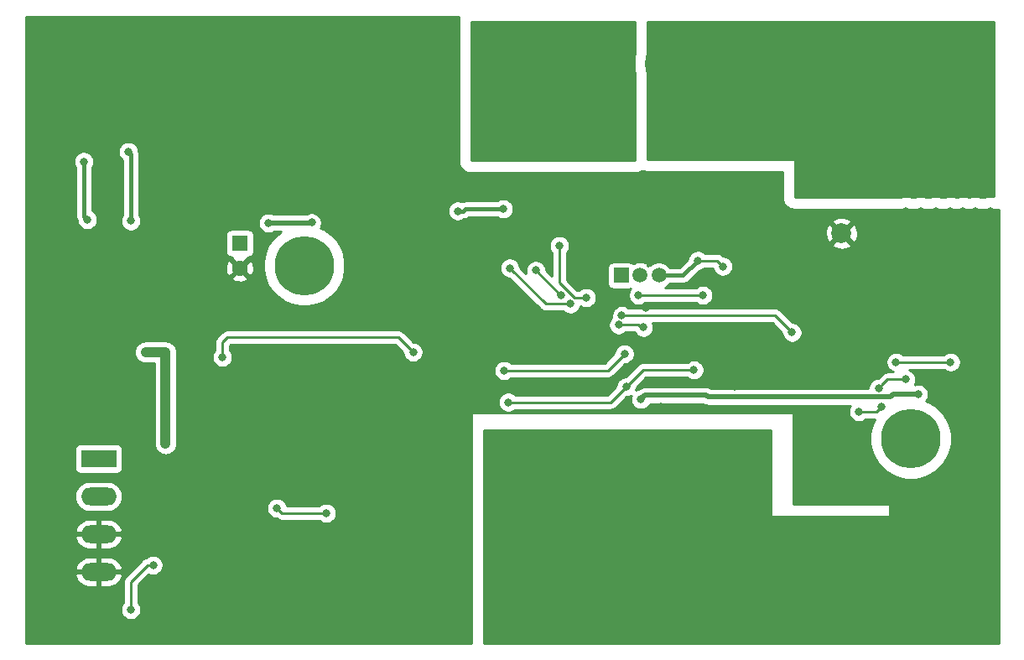
<source format=gbr>
%TF.GenerationSoftware,KiCad,Pcbnew,(5.1.4)-1*%
%TF.CreationDate,2021-05-17T23:16:04+08:00*%
%TF.ProjectId,power,706f7765-722e-46b6-9963-61645f706362,rev?*%
%TF.SameCoordinates,Original*%
%TF.FileFunction,Copper,L2,Bot*%
%TF.FilePolarity,Positive*%
%FSLAX46Y46*%
G04 Gerber Fmt 4.6, Leading zero omitted, Abs format (unit mm)*
G04 Created by KiCad (PCBNEW (5.1.4)-1) date 2021-05-17 23:16:04*
%MOMM*%
%LPD*%
G04 APERTURE LIST*
%ADD10C,1.600000*%
%ADD11R,1.600000X1.600000*%
%ADD12O,9.000000X6.000000*%
%ADD13R,1.500000X1.500000*%
%ADD14C,1.500000*%
%ADD15C,0.800000*%
%ADD16C,0.800000*%
%ADD17C,6.000000*%
%ADD18O,3.600000X1.800000*%
%ADD19R,3.600000X1.800000*%
%ADD20C,2.000000*%
%ADD21R,2.000000X2.000000*%
%ADD22C,0.508000*%
%ADD23C,0.254000*%
%ADD24C,0.381000*%
%ADD25C,1.016000*%
%ADD26C,0.350000*%
%ADD27O,6.000000X2.000000*%
G04 APERTURE END LIST*
D10*
X42500000Y-46250000D03*
D11*
X42500000Y-43750000D03*
D12*
X77910000Y-25600000D03*
X87910000Y-25600000D03*
D13*
X81000000Y-47000000D03*
D14*
X84820000Y-47000000D03*
X82910000Y-47000000D03*
D15*
X81860000Y-24970000D03*
D16*
X81860000Y-24970000D02*
X81860000Y-24970000D01*
D15*
X81860000Y-26230000D03*
D16*
X81860000Y-26230000D02*
X81860000Y-26230000D01*
D15*
X81110000Y-27260000D03*
X81110000Y-23940000D03*
X73960000Y-24970000D03*
X73960000Y-26230000D03*
X74710000Y-27260000D03*
X74710000Y-23940000D03*
X78580000Y-27650000D03*
X77240000Y-27650000D03*
X79910000Y-27650000D03*
X75910000Y-27650000D03*
X78580000Y-23550000D03*
X77240000Y-23550000D03*
X75910000Y-23550000D03*
X79910000Y-23550000D03*
X84710000Y-27260000D03*
X84710000Y-23940000D03*
X83960000Y-26230000D03*
D16*
X83960000Y-26230000D02*
X83960000Y-26230000D01*
D15*
X83960000Y-24970000D03*
D16*
X83960000Y-24970000D02*
X83960000Y-24970000D01*
D15*
X91110000Y-27260000D03*
X91110000Y-23940000D03*
X91860000Y-24970000D03*
X89910000Y-27650000D03*
X88580000Y-27650000D03*
X87240000Y-27650000D03*
X85910000Y-27650000D03*
X89910000Y-23550000D03*
X88580000Y-23550000D03*
X87240000Y-23550000D03*
X85910000Y-23550000D03*
X91860000Y-26230000D03*
X112306810Y-62312500D03*
X112306810Y-64687500D03*
X110250000Y-65875000D03*
X108193190Y-64687500D03*
X108193190Y-62312500D03*
X110250000Y-61125000D03*
D17*
X110250000Y-63500000D03*
D15*
X51056810Y-44812500D03*
X51056810Y-47187500D03*
X49000000Y-48375000D03*
X46943190Y-47187500D03*
X46943190Y-44812500D03*
X49000000Y-43625000D03*
D17*
X49000000Y-46000000D03*
D18*
X28250000Y-76930000D03*
X28250000Y-73120000D03*
X28250000Y-69310000D03*
D19*
X28250000Y-65500000D03*
D20*
X103250000Y-42750000D03*
D21*
X103250000Y-37750000D03*
D15*
X115470000Y-31910000D03*
X112930000Y-31910000D03*
X110390000Y-31910000D03*
X105310000Y-31910000D03*
X102770000Y-31910000D03*
X100230000Y-31910000D03*
X100230000Y-29370000D03*
X102770000Y-29370000D03*
X105310000Y-29370000D03*
X112930000Y-29370000D03*
X110390000Y-29370000D03*
X115470000Y-29370000D03*
X115470000Y-26830000D03*
X112930000Y-26830000D03*
X110390000Y-26830000D03*
X105310000Y-26830000D03*
X102770000Y-26830000D03*
X100230000Y-26830000D03*
X100230000Y-24290000D03*
X102770000Y-24290000D03*
X105310000Y-24290000D03*
X110390000Y-24290000D03*
X112930000Y-24290000D03*
X115470000Y-24290000D03*
X49500000Y-72500000D03*
X49500000Y-73500000D03*
X49500000Y-74500000D03*
X48500000Y-74500000D03*
X48500000Y-73500000D03*
X48500000Y-72500000D03*
X105250000Y-50750000D03*
X116250000Y-50250000D03*
X111250000Y-46500000D03*
X112750000Y-46500000D03*
X114250000Y-46500000D03*
X116750000Y-46500000D03*
X118250000Y-46500000D03*
X118250000Y-45000000D03*
X118250000Y-43250000D03*
X109750000Y-45000000D03*
X109750000Y-43250000D03*
X109750000Y-41750000D03*
X109750000Y-40500000D03*
X118250000Y-40500000D03*
X118250000Y-41750000D03*
X109750000Y-46500000D03*
X111250000Y-45000000D03*
X116750000Y-45000000D03*
X115500000Y-46500000D03*
X111250000Y-43250000D03*
X111250000Y-41750000D03*
X112750000Y-41750000D03*
X114250000Y-41750000D03*
X115500000Y-41750000D03*
X116750000Y-41750000D03*
X116750000Y-40500000D03*
X115500000Y-40500000D03*
X114250000Y-40500000D03*
X112750000Y-40500000D03*
X111250000Y-40500000D03*
X116750000Y-43250000D03*
X96250000Y-44750000D03*
X93500000Y-42250000D03*
X93500000Y-44750000D03*
X105250000Y-65000000D03*
X114500000Y-57500000D03*
X92500000Y-58250000D03*
X85000000Y-60250000D03*
X83500000Y-50250000D03*
X78676702Y-53000000D03*
X76750000Y-48250000D03*
X69000000Y-44500000D03*
X69000000Y-41750000D03*
X68000000Y-38000000D03*
X59250000Y-40500000D03*
X48750000Y-39750000D03*
X33250000Y-41500000D03*
X25000000Y-51750000D03*
X58000000Y-49250000D03*
X92750000Y-55750000D03*
X36500000Y-81250000D03*
X44500000Y-82000000D03*
X53000000Y-82000000D03*
X113000000Y-49000000D03*
X32500000Y-62500000D03*
X32500000Y-71750000D03*
X32500000Y-73250000D03*
X61250000Y-61000000D03*
X61250000Y-57999998D03*
X48500000Y-75500000D03*
X49500000Y-75500000D03*
X67750000Y-63250000D03*
X70290000Y-63250000D03*
X72830000Y-63250000D03*
X75370000Y-63250000D03*
X77910000Y-63250000D03*
X80450000Y-63250000D03*
X82990000Y-63250000D03*
X85530000Y-63250000D03*
X88070000Y-63250000D03*
X90610000Y-63250000D03*
X93150000Y-63250000D03*
X95690000Y-63250000D03*
X67750000Y-65790000D03*
X70290000Y-65790000D03*
X72830000Y-65790000D03*
X75370000Y-65790000D03*
X77910000Y-65790000D03*
X80450000Y-65790000D03*
X82990000Y-65790000D03*
X85530000Y-65790000D03*
X88070000Y-65790000D03*
X90610000Y-65790000D03*
X93150000Y-65790000D03*
X95690000Y-65790000D03*
X67750000Y-68330000D03*
X70290000Y-68330000D03*
X72830000Y-68330000D03*
X75370000Y-68330000D03*
X77910000Y-68330000D03*
X80450000Y-68330000D03*
X82990000Y-68330000D03*
X85530000Y-68330000D03*
X88070000Y-68330000D03*
X90610000Y-68330000D03*
X93150000Y-68330000D03*
X95690000Y-68330000D03*
X67750000Y-70870000D03*
X70290000Y-70870000D03*
X72830000Y-70870000D03*
X75370000Y-70870000D03*
X77910000Y-70870000D03*
X80450000Y-70870000D03*
X82990000Y-70870000D03*
X85530000Y-70870000D03*
X88070000Y-70870000D03*
X90610000Y-70870000D03*
X93150000Y-70870000D03*
X95690000Y-70870000D03*
X67750000Y-73410000D03*
X70290000Y-73410000D03*
X72830000Y-73410000D03*
X75370000Y-73410000D03*
X77910000Y-73410000D03*
X80450000Y-73410000D03*
X82990000Y-73410000D03*
X85530000Y-73410000D03*
X88070000Y-73410000D03*
X90610000Y-73410000D03*
X93150000Y-73410000D03*
X95690000Y-73410000D03*
X67750000Y-75950000D03*
X70290000Y-75950000D03*
X72830000Y-75950000D03*
X75370000Y-75950000D03*
X77910000Y-75950000D03*
X80450000Y-75950000D03*
X82990000Y-75950000D03*
X85530000Y-75950000D03*
X88070000Y-75950000D03*
X90610000Y-75950000D03*
X93150000Y-75950000D03*
X95690000Y-75950000D03*
X67750000Y-78490000D03*
X70290000Y-78490000D03*
X72830000Y-78490000D03*
X75370000Y-78490000D03*
X77910000Y-78490000D03*
X80450000Y-78490000D03*
X82990000Y-78490000D03*
X85530000Y-78490000D03*
X88070000Y-78490000D03*
X90610000Y-78490000D03*
X93150000Y-78490000D03*
X95690000Y-78490000D03*
X67750000Y-81030000D03*
X70290000Y-81030000D03*
X72830000Y-81030000D03*
X75370000Y-81030000D03*
X77910000Y-81030000D03*
X80450000Y-81030000D03*
X82990000Y-81030000D03*
X85530000Y-81030000D03*
X88070000Y-81030000D03*
X90610000Y-81030000D03*
X93150000Y-81030000D03*
X95690000Y-81030000D03*
X67750000Y-83570000D03*
X70290000Y-83570000D03*
X72830000Y-83570000D03*
X75370000Y-83570000D03*
X77910000Y-83570000D03*
X80450000Y-83570000D03*
X82990000Y-83570000D03*
X85530000Y-83570000D03*
X88070000Y-83570000D03*
X90610000Y-83570000D03*
X93150000Y-83570000D03*
X95690000Y-83570000D03*
X97000000Y-72000000D03*
X99540000Y-72000000D03*
X102080000Y-72000000D03*
X104620000Y-72000000D03*
X107160000Y-72000000D03*
X109700000Y-72000000D03*
X112240000Y-72000000D03*
X114780000Y-72000000D03*
X117320000Y-72000000D03*
X97000000Y-74540000D03*
X99540000Y-74540000D03*
X102080000Y-74540000D03*
X104620000Y-74540000D03*
X107160000Y-74540000D03*
X109700000Y-74540000D03*
X112240000Y-74540000D03*
X114780000Y-74540000D03*
X117320000Y-74540000D03*
X97000000Y-77080000D03*
X99540000Y-77080000D03*
X102080000Y-77080000D03*
X104620000Y-77080000D03*
X107160000Y-77080000D03*
X109700000Y-77080000D03*
X112240000Y-77080000D03*
X114780000Y-77080000D03*
X117320000Y-77080000D03*
X97000000Y-79620000D03*
X99540000Y-79620000D03*
X102080000Y-79620000D03*
X104620000Y-79620000D03*
X107160000Y-79620000D03*
X109700000Y-79620000D03*
X112240000Y-79620000D03*
X114780000Y-79620000D03*
X117320000Y-79620000D03*
X97000000Y-82160000D03*
X99540000Y-82160000D03*
X102080000Y-82160000D03*
X104620000Y-82160000D03*
X107160000Y-82160000D03*
X109700000Y-82160000D03*
X112240000Y-82160000D03*
X114780000Y-82160000D03*
X117320000Y-82160000D03*
X37250000Y-46250000D03*
X48500000Y-29750000D03*
X33500000Y-24000002D03*
X32500000Y-24000000D03*
X31500000Y-24000000D03*
X30500000Y-24000000D03*
X53000000Y-42000000D03*
X54000000Y-42000000D03*
X55000000Y-42000000D03*
X56000000Y-41750000D03*
X52250000Y-41500000D03*
X87749990Y-60500000D03*
X74000000Y-39500008D03*
X83000004Y-59499996D03*
X111000000Y-59000008D03*
X46250000Y-70500000D03*
X51250000Y-70999994D03*
X60000000Y-54749994D03*
X40750000Y-55249998D03*
X33750000Y-76250018D03*
X31500000Y-80750000D03*
X84990000Y-21750000D03*
X87530000Y-21750000D03*
X90070000Y-21750000D03*
X90070000Y-21750000D03*
X92610000Y-21750000D03*
X95150000Y-21750000D03*
X97690000Y-21750000D03*
X100230000Y-21750000D03*
X102770000Y-21750000D03*
X105310000Y-21750000D03*
X107850000Y-21750000D03*
X110390000Y-21750000D03*
X112930000Y-21750000D03*
X115470000Y-21750000D03*
X118010000Y-21750000D03*
X118010000Y-24290000D03*
X107850000Y-24290000D03*
X97690000Y-24290000D03*
X95150000Y-24290000D03*
X92610000Y-24290000D03*
X92610000Y-26830000D03*
X95150000Y-26830000D03*
X97690000Y-26830000D03*
X107850000Y-26830000D03*
X118010000Y-26830000D03*
X118010000Y-29370000D03*
X107850000Y-29370000D03*
X97690000Y-29370000D03*
X95150000Y-29370000D03*
X92610000Y-29370000D03*
X90070000Y-29370000D03*
X87530000Y-29370000D03*
X84990000Y-29370000D03*
X84990000Y-31910000D03*
X87530000Y-31910000D03*
X90070000Y-31910000D03*
X92610000Y-31910000D03*
X95150000Y-31910000D03*
X97690000Y-31910000D03*
X107850000Y-31910000D03*
X118010000Y-31910000D03*
X118010000Y-34450000D03*
X110390000Y-34450000D03*
X112930000Y-34450000D03*
X115470000Y-34450000D03*
X107850000Y-34450000D03*
X105310000Y-34450000D03*
X102770000Y-34450000D03*
X100230000Y-34450000D03*
X97690000Y-34450000D03*
X95150000Y-34450000D03*
X90070000Y-34450000D03*
X92610000Y-34450000D03*
X87530000Y-34450000D03*
X84990000Y-34450000D03*
X100230000Y-36990000D03*
X105310000Y-36990000D03*
X107850000Y-36990000D03*
X110390000Y-36990000D03*
X118010000Y-36990000D03*
X64500000Y-40500000D03*
X69100000Y-40300000D03*
X98250000Y-52750000D03*
X69750000Y-46250000D03*
X81067240Y-51048269D03*
X75883716Y-49881701D03*
X109750000Y-57499996D03*
X107000000Y-58392790D03*
X108750000Y-55750000D03*
X114250000Y-55750000D03*
X105000000Y-60750000D03*
X107250000Y-60250000D03*
X88750000Y-45500000D03*
X91259805Y-46084165D03*
X35000000Y-63000000D03*
X35000000Y-54750000D03*
X34000000Y-54750000D03*
X33000000Y-54750000D03*
X35000000Y-62000000D03*
X35000000Y-64000000D03*
X45400000Y-41700000D03*
X49764658Y-41666938D03*
X26750000Y-35500000D03*
X27110004Y-41360004D03*
X31500000Y-41500000D03*
X31250000Y-34500000D03*
X82750000Y-49000000D03*
X89250000Y-49000000D03*
X74750000Y-44000000D03*
X77500000Y-49250006D03*
X81346883Y-54923434D03*
X69200002Y-56600000D03*
X81500000Y-58250000D03*
X72379000Y-46500000D03*
X80750000Y-52000000D03*
X83250000Y-52250000D03*
X74948396Y-48981069D03*
X69600000Y-59800000D03*
X88340492Y-56535589D03*
X69750000Y-21750000D03*
X69750000Y-24290000D03*
X69750000Y-26830000D03*
X69750000Y-29370000D03*
X69750000Y-31910000D03*
X69750000Y-34450000D03*
X72290000Y-34450000D03*
X72290000Y-31910000D03*
X72290000Y-29370000D03*
X72290000Y-26830000D03*
X72290000Y-24290000D03*
X72290000Y-21750000D03*
X74830000Y-21750000D03*
X74830000Y-29370000D03*
X74830000Y-31910000D03*
X74830000Y-34450000D03*
X77370000Y-34450000D03*
X77370000Y-31910000D03*
X77370000Y-29370000D03*
X79910000Y-29370000D03*
X79910000Y-31910000D03*
X79910000Y-34450000D03*
X77370000Y-21750000D03*
X79910000Y-21750000D03*
X67210000Y-34450000D03*
X67210000Y-31910000D03*
D22*
X83400003Y-59099997D02*
X89618655Y-59099997D01*
X89618655Y-59099997D02*
X89768658Y-59250000D01*
X83000004Y-59499996D02*
X83400003Y-59099997D01*
X110434315Y-59000008D02*
X111000000Y-59000008D01*
X89768658Y-59250000D02*
X108204078Y-59250000D01*
X108204078Y-59250000D02*
X108454070Y-59000008D01*
X108454070Y-59000008D02*
X110434315Y-59000008D01*
D23*
X46250000Y-70500000D02*
X46749994Y-70999994D01*
X50684315Y-70999994D02*
X51250000Y-70999994D01*
X46749994Y-70999994D02*
X50684315Y-70999994D01*
X40750000Y-55249998D02*
X40750000Y-53750000D01*
X40750000Y-53750000D02*
X41250000Y-53250000D01*
X58500006Y-53250000D02*
X60000000Y-54749994D01*
X41250000Y-53250000D02*
X58500006Y-53250000D01*
X31500000Y-80184315D02*
X31500000Y-80750000D01*
X31500000Y-77934333D02*
X31500000Y-80184315D01*
X33184315Y-76250018D02*
X31500000Y-77934333D01*
X33750000Y-76250018D02*
X33184315Y-76250018D01*
D24*
X65065685Y-40500000D02*
X65265685Y-40300000D01*
X64500000Y-40500000D02*
X65065685Y-40500000D01*
X65265685Y-40300000D02*
X69100000Y-40300000D01*
D23*
X96548269Y-51048269D02*
X81632925Y-51048269D01*
X98250000Y-52750000D02*
X96548269Y-51048269D01*
X81632925Y-51048269D02*
X81067240Y-51048269D01*
X69750000Y-46250000D02*
X73381701Y-49881701D01*
X73381701Y-49881701D02*
X75318031Y-49881701D01*
X75318031Y-49881701D02*
X75883716Y-49881701D01*
X107399999Y-57992791D02*
X107000000Y-58392790D01*
X109750000Y-57499996D02*
X107892794Y-57499996D01*
X107892794Y-57499996D02*
X107399999Y-57992791D01*
X108750000Y-55750000D02*
X114250000Y-55750000D01*
X106850001Y-60649999D02*
X107250000Y-60250000D01*
X106750000Y-60750000D02*
X106850001Y-60649999D01*
X105000000Y-60750000D02*
X106750000Y-60750000D01*
D24*
X84820000Y-47000000D02*
X87250000Y-47000000D01*
X87250000Y-47000000D02*
X88750000Y-45500000D01*
D23*
X88750000Y-45500000D02*
X90675640Y-45500000D01*
X90675640Y-45500000D02*
X90859806Y-45684166D01*
X90859806Y-45684166D02*
X91259805Y-46084165D01*
D25*
X35000000Y-54750000D02*
X33000000Y-54750000D01*
X35000000Y-62000000D02*
X35000000Y-63000000D01*
X35000000Y-54750000D02*
X35000000Y-64000000D01*
D22*
X49731596Y-41700000D02*
X49764658Y-41666938D01*
X45400000Y-41700000D02*
X49731596Y-41700000D01*
D24*
X26750000Y-35500000D02*
X26750000Y-41000000D01*
X26750000Y-41000000D02*
X27110004Y-41360004D01*
X31500000Y-41500000D02*
X31500000Y-34750000D01*
X31500000Y-34750000D02*
X31250000Y-34500000D01*
D23*
X82750000Y-49000000D02*
X89250000Y-49000000D01*
X76250006Y-49250006D02*
X77500000Y-49250006D01*
X74750000Y-47750000D02*
X76250006Y-49250006D01*
X74750000Y-44000000D02*
X74750000Y-47750000D01*
X81346883Y-54923434D02*
X79670317Y-56600000D01*
X79670317Y-56600000D02*
X69765687Y-56600000D01*
X69765687Y-56600000D02*
X69200002Y-56600000D01*
X80750000Y-52000000D02*
X82750000Y-52000000D01*
X82750000Y-52000000D02*
X83000000Y-52250000D01*
X83000000Y-52250000D02*
X83250000Y-52250000D01*
X72379000Y-46500000D02*
X74860069Y-48981069D01*
X74860069Y-48981069D02*
X74948396Y-48981069D01*
X70165685Y-59800000D02*
X69600000Y-59800000D01*
X79950000Y-59800000D02*
X70165685Y-59800000D01*
X81500000Y-58250000D02*
X79950000Y-59800000D01*
X87774807Y-56535589D02*
X88340492Y-56535589D01*
X83214411Y-56535589D02*
X87774807Y-56535589D01*
X81500000Y-58250000D02*
X83214411Y-56535589D01*
G36*
X96123000Y-71250000D02*
G01*
X96125440Y-71274776D01*
X96132667Y-71298601D01*
X96144403Y-71320557D01*
X96160197Y-71339803D01*
X96179443Y-71355597D01*
X96201399Y-71367333D01*
X96225224Y-71374560D01*
X96250000Y-71377000D01*
X118123000Y-71377000D01*
X118123000Y-84115000D01*
X67127000Y-84115000D01*
X67127000Y-62627000D01*
X96123000Y-62627000D01*
X96123000Y-71250000D01*
X96123000Y-71250000D01*
G37*
X96123000Y-71250000D02*
X96125440Y-71274776D01*
X96132667Y-71298601D01*
X96144403Y-71320557D01*
X96160197Y-71339803D01*
X96179443Y-71355597D01*
X96201399Y-71367333D01*
X96225224Y-71374560D01*
X96250000Y-71377000D01*
X118123000Y-71377000D01*
X118123000Y-84115000D01*
X67127000Y-84115000D01*
X67127000Y-62627000D01*
X96123000Y-62627000D01*
X96123000Y-71250000D01*
G36*
X64623000Y-35500000D02*
G01*
X64644655Y-35719867D01*
X64708788Y-35931284D01*
X64812934Y-36126128D01*
X64953091Y-36296909D01*
X65123872Y-36437066D01*
X65318716Y-36541212D01*
X65530133Y-36605345D01*
X65750000Y-36627000D01*
X82500000Y-36627000D01*
X82719867Y-36605345D01*
X82931284Y-36541212D01*
X83100394Y-36450821D01*
X83280133Y-36505345D01*
X83500000Y-36527000D01*
X97273000Y-36527000D01*
X97273000Y-39200000D01*
X97294655Y-39419867D01*
X97358788Y-39631284D01*
X97462934Y-39826128D01*
X97603091Y-39996909D01*
X97773872Y-40137066D01*
X97968716Y-40241212D01*
X98180133Y-40305345D01*
X98400000Y-40327000D01*
X119115000Y-40327000D01*
X119115001Y-84115000D01*
X108127000Y-84115000D01*
X108127000Y-70250000D01*
X108124560Y-70225224D01*
X108117333Y-70201399D01*
X108105597Y-70179443D01*
X108089803Y-70160197D01*
X108070557Y-70144403D01*
X108048601Y-70132667D01*
X108024776Y-70125440D01*
X108000000Y-70123000D01*
X98377000Y-70123000D01*
X98377000Y-61000000D01*
X98374560Y-60975224D01*
X98367333Y-60951399D01*
X98355597Y-60929443D01*
X98339803Y-60910197D01*
X98320557Y-60894403D01*
X98298601Y-60882667D01*
X98274776Y-60875440D01*
X98250000Y-60873000D01*
X66000000Y-60873000D01*
X65975224Y-60875440D01*
X65951399Y-60882667D01*
X65929443Y-60894403D01*
X65910197Y-60910197D01*
X65894403Y-60929443D01*
X65882667Y-60951399D01*
X65875440Y-60975224D01*
X65873000Y-61000000D01*
X65873000Y-84115000D01*
X20885000Y-84115000D01*
X20885000Y-80648061D01*
X30465000Y-80648061D01*
X30465000Y-80851939D01*
X30504774Y-81051898D01*
X30582795Y-81240256D01*
X30696063Y-81409774D01*
X30840226Y-81553937D01*
X31009744Y-81667205D01*
X31198102Y-81745226D01*
X31398061Y-81785000D01*
X31601939Y-81785000D01*
X31801898Y-81745226D01*
X31990256Y-81667205D01*
X32159774Y-81553937D01*
X32303937Y-81409774D01*
X32417205Y-81240256D01*
X32495226Y-81051898D01*
X32535000Y-80851939D01*
X32535000Y-80648061D01*
X32495226Y-80448102D01*
X32417205Y-80259744D01*
X32303937Y-80090226D01*
X32262000Y-80048289D01*
X32262000Y-78249963D01*
X33319846Y-77192118D01*
X33448102Y-77245244D01*
X33648061Y-77285018D01*
X33851939Y-77285018D01*
X34051898Y-77245244D01*
X34240256Y-77167223D01*
X34409774Y-77053955D01*
X34553937Y-76909792D01*
X34667205Y-76740274D01*
X34745226Y-76551916D01*
X34785000Y-76351957D01*
X34785000Y-76148079D01*
X34745226Y-75948120D01*
X34667205Y-75759762D01*
X34553937Y-75590244D01*
X34409774Y-75446081D01*
X34240256Y-75332813D01*
X34051898Y-75254792D01*
X33851939Y-75215018D01*
X33648061Y-75215018D01*
X33448102Y-75254792D01*
X33259744Y-75332813D01*
X33090226Y-75446081D01*
X33037517Y-75498790D01*
X33034937Y-75499044D01*
X32891300Y-75542616D01*
X32758923Y-75613373D01*
X32642893Y-75708596D01*
X32619036Y-75737666D01*
X30987654Y-77369049D01*
X30958578Y-77392911D01*
X30902983Y-77460655D01*
X30863355Y-77508941D01*
X30825535Y-77579698D01*
X30792598Y-77641319D01*
X30749026Y-77784956D01*
X30738000Y-77896907D01*
X30734314Y-77934333D01*
X30738000Y-77971757D01*
X30738001Y-80048288D01*
X30696063Y-80090226D01*
X30582795Y-80259744D01*
X30504774Y-80448102D01*
X30465000Y-80648061D01*
X20885000Y-80648061D01*
X20885000Y-77294740D01*
X25858964Y-77294740D01*
X25883245Y-77400087D01*
X26003138Y-77677204D01*
X26174790Y-77925606D01*
X26391604Y-78135748D01*
X26645249Y-78299554D01*
X26925977Y-78410729D01*
X27223000Y-78465000D01*
X28123000Y-78465000D01*
X28123000Y-77057000D01*
X28377000Y-77057000D01*
X28377000Y-78465000D01*
X29277000Y-78465000D01*
X29574023Y-78410729D01*
X29854751Y-78299554D01*
X30108396Y-78135748D01*
X30325210Y-77925606D01*
X30496862Y-77677204D01*
X30616755Y-77400087D01*
X30641036Y-77294740D01*
X30520378Y-77057000D01*
X28377000Y-77057000D01*
X28123000Y-77057000D01*
X25979622Y-77057000D01*
X25858964Y-77294740D01*
X20885000Y-77294740D01*
X20885000Y-76565260D01*
X25858964Y-76565260D01*
X25979622Y-76803000D01*
X28123000Y-76803000D01*
X28123000Y-75395000D01*
X28377000Y-75395000D01*
X28377000Y-76803000D01*
X30520378Y-76803000D01*
X30641036Y-76565260D01*
X30616755Y-76459913D01*
X30496862Y-76182796D01*
X30325210Y-75934394D01*
X30108396Y-75724252D01*
X29854751Y-75560446D01*
X29574023Y-75449271D01*
X29277000Y-75395000D01*
X28377000Y-75395000D01*
X28123000Y-75395000D01*
X27223000Y-75395000D01*
X26925977Y-75449271D01*
X26645249Y-75560446D01*
X26391604Y-75724252D01*
X26174790Y-75934394D01*
X26003138Y-76182796D01*
X25883245Y-76459913D01*
X25858964Y-76565260D01*
X20885000Y-76565260D01*
X20885000Y-73484740D01*
X25858964Y-73484740D01*
X25883245Y-73590087D01*
X26003138Y-73867204D01*
X26174790Y-74115606D01*
X26391604Y-74325748D01*
X26645249Y-74489554D01*
X26925977Y-74600729D01*
X27223000Y-74655000D01*
X28123000Y-74655000D01*
X28123000Y-73247000D01*
X28377000Y-73247000D01*
X28377000Y-74655000D01*
X29277000Y-74655000D01*
X29574023Y-74600729D01*
X29854751Y-74489554D01*
X30108396Y-74325748D01*
X30325210Y-74115606D01*
X30496862Y-73867204D01*
X30616755Y-73590087D01*
X30641036Y-73484740D01*
X30520378Y-73247000D01*
X28377000Y-73247000D01*
X28123000Y-73247000D01*
X25979622Y-73247000D01*
X25858964Y-73484740D01*
X20885000Y-73484740D01*
X20885000Y-72755260D01*
X25858964Y-72755260D01*
X25979622Y-72993000D01*
X28123000Y-72993000D01*
X28123000Y-71585000D01*
X28377000Y-71585000D01*
X28377000Y-72993000D01*
X30520378Y-72993000D01*
X30641036Y-72755260D01*
X30616755Y-72649913D01*
X30496862Y-72372796D01*
X30325210Y-72124394D01*
X30108396Y-71914252D01*
X29854751Y-71750446D01*
X29574023Y-71639271D01*
X29277000Y-71585000D01*
X28377000Y-71585000D01*
X28123000Y-71585000D01*
X27223000Y-71585000D01*
X26925977Y-71639271D01*
X26645249Y-71750446D01*
X26391604Y-71914252D01*
X26174790Y-72124394D01*
X26003138Y-72372796D01*
X25883245Y-72649913D01*
X25858964Y-72755260D01*
X20885000Y-72755260D01*
X20885000Y-69310000D01*
X25807573Y-69310000D01*
X25837210Y-69610913D01*
X25924983Y-69900261D01*
X26067519Y-70166927D01*
X26259339Y-70400661D01*
X26493073Y-70592481D01*
X26759739Y-70735017D01*
X27049087Y-70822790D01*
X27274592Y-70845000D01*
X29225408Y-70845000D01*
X29450913Y-70822790D01*
X29740261Y-70735017D01*
X30006927Y-70592481D01*
X30240661Y-70400661D01*
X30242794Y-70398061D01*
X45215000Y-70398061D01*
X45215000Y-70601939D01*
X45254774Y-70801898D01*
X45332795Y-70990256D01*
X45446063Y-71159774D01*
X45590226Y-71303937D01*
X45759744Y-71417205D01*
X45948102Y-71495226D01*
X46148061Y-71535000D01*
X46203307Y-71535000D01*
X46208572Y-71541416D01*
X46324602Y-71636639D01*
X46456979Y-71707396D01*
X46600616Y-71750968D01*
X46712568Y-71761994D01*
X46712570Y-71761994D01*
X46749993Y-71765680D01*
X46787416Y-71761994D01*
X50548289Y-71761994D01*
X50590226Y-71803931D01*
X50759744Y-71917199D01*
X50948102Y-71995220D01*
X51148061Y-72034994D01*
X51351939Y-72034994D01*
X51551898Y-71995220D01*
X51740256Y-71917199D01*
X51909774Y-71803931D01*
X52053937Y-71659768D01*
X52167205Y-71490250D01*
X52245226Y-71301892D01*
X52285000Y-71101933D01*
X52285000Y-70898055D01*
X52245226Y-70698096D01*
X52167205Y-70509738D01*
X52053937Y-70340220D01*
X51909774Y-70196057D01*
X51740256Y-70082789D01*
X51551898Y-70004768D01*
X51351939Y-69964994D01*
X51148061Y-69964994D01*
X50948102Y-70004768D01*
X50759744Y-70082789D01*
X50590226Y-70196057D01*
X50548289Y-70237994D01*
X47253161Y-70237994D01*
X47245226Y-70198102D01*
X47167205Y-70009744D01*
X47053937Y-69840226D01*
X46909774Y-69696063D01*
X46740256Y-69582795D01*
X46551898Y-69504774D01*
X46351939Y-69465000D01*
X46148061Y-69465000D01*
X45948102Y-69504774D01*
X45759744Y-69582795D01*
X45590226Y-69696063D01*
X45446063Y-69840226D01*
X45332795Y-70009744D01*
X45254774Y-70198102D01*
X45215000Y-70398061D01*
X30242794Y-70398061D01*
X30432481Y-70166927D01*
X30575017Y-69900261D01*
X30662790Y-69610913D01*
X30692427Y-69310000D01*
X30662790Y-69009087D01*
X30575017Y-68719739D01*
X30432481Y-68453073D01*
X30240661Y-68219339D01*
X30006927Y-68027519D01*
X29740261Y-67884983D01*
X29450913Y-67797210D01*
X29225408Y-67775000D01*
X27274592Y-67775000D01*
X27049087Y-67797210D01*
X26759739Y-67884983D01*
X26493073Y-68027519D01*
X26259339Y-68219339D01*
X26067519Y-68453073D01*
X25924983Y-68719739D01*
X25837210Y-69009087D01*
X25807573Y-69310000D01*
X20885000Y-69310000D01*
X20885000Y-64600000D01*
X25811928Y-64600000D01*
X25811928Y-66400000D01*
X25824188Y-66524482D01*
X25860498Y-66644180D01*
X25919463Y-66754494D01*
X25998815Y-66851185D01*
X26095506Y-66930537D01*
X26205820Y-66989502D01*
X26325518Y-67025812D01*
X26450000Y-67038072D01*
X30050000Y-67038072D01*
X30174482Y-67025812D01*
X30294180Y-66989502D01*
X30404494Y-66930537D01*
X30501185Y-66851185D01*
X30580537Y-66754494D01*
X30639502Y-66644180D01*
X30675812Y-66524482D01*
X30688072Y-66400000D01*
X30688072Y-64600000D01*
X30675812Y-64475518D01*
X30639502Y-64355820D01*
X30580537Y-64245506D01*
X30501185Y-64148815D01*
X30404494Y-64069463D01*
X30294180Y-64010498D01*
X30174482Y-63974188D01*
X30050000Y-63961928D01*
X26450000Y-63961928D01*
X26325518Y-63974188D01*
X26205820Y-64010498D01*
X26095506Y-64069463D01*
X25998815Y-64148815D01*
X25919463Y-64245506D01*
X25860498Y-64355820D01*
X25824188Y-64475518D01*
X25811928Y-64600000D01*
X20885000Y-64600000D01*
X20885000Y-54750000D01*
X31851470Y-54750000D01*
X31873539Y-54974067D01*
X31938897Y-55189523D01*
X32045032Y-55388089D01*
X32187867Y-55562133D01*
X32361911Y-55704968D01*
X32560477Y-55811103D01*
X32775933Y-55876461D01*
X32943854Y-55893000D01*
X33857000Y-55893000D01*
X33857001Y-61943847D01*
X33857000Y-61943855D01*
X33857000Y-63056146D01*
X33857001Y-63056155D01*
X33857001Y-64056146D01*
X33873540Y-64224067D01*
X33938898Y-64439523D01*
X34045033Y-64638089D01*
X34187868Y-64812133D01*
X34361912Y-64954968D01*
X34560478Y-65061103D01*
X34775934Y-65126461D01*
X35000000Y-65148530D01*
X35224067Y-65126461D01*
X35439523Y-65061103D01*
X35638089Y-64954968D01*
X35812133Y-64812133D01*
X35954968Y-64638089D01*
X36061103Y-64439523D01*
X36126461Y-64224067D01*
X36143000Y-64056146D01*
X36143000Y-59698061D01*
X68565000Y-59698061D01*
X68565000Y-59901939D01*
X68604774Y-60101898D01*
X68682795Y-60290256D01*
X68796063Y-60459774D01*
X68940226Y-60603937D01*
X69109744Y-60717205D01*
X69298102Y-60795226D01*
X69498061Y-60835000D01*
X69701939Y-60835000D01*
X69901898Y-60795226D01*
X70090256Y-60717205D01*
X70259774Y-60603937D01*
X70301711Y-60562000D01*
X79912577Y-60562000D01*
X79950000Y-60565686D01*
X79987423Y-60562000D01*
X79987426Y-60562000D01*
X80099378Y-60550974D01*
X80243015Y-60507402D01*
X80375392Y-60436645D01*
X80491422Y-60341422D01*
X80515284Y-60312346D01*
X81542631Y-59285000D01*
X81601939Y-59285000D01*
X81801898Y-59245226D01*
X81990256Y-59167205D01*
X82028029Y-59141966D01*
X82004778Y-59198098D01*
X81965004Y-59398057D01*
X81965004Y-59601935D01*
X82004778Y-59801894D01*
X82082799Y-59990252D01*
X82196067Y-60159770D01*
X82340230Y-60303933D01*
X82509748Y-60417201D01*
X82698106Y-60495222D01*
X82898065Y-60534996D01*
X83101943Y-60534996D01*
X83301902Y-60495222D01*
X83490260Y-60417201D01*
X83659778Y-60303933D01*
X83803941Y-60159770D01*
X83917209Y-59990252D01*
X83917729Y-59988997D01*
X89267790Y-59988997D01*
X89272367Y-59992753D01*
X89426807Y-60075303D01*
X89514481Y-60101898D01*
X89594383Y-60126136D01*
X89612731Y-60127943D01*
X89724991Y-60139000D01*
X89724997Y-60139000D01*
X89768657Y-60143300D01*
X89812317Y-60139000D01*
X104163473Y-60139000D01*
X104082795Y-60259744D01*
X104004774Y-60448102D01*
X103965000Y-60648061D01*
X103965000Y-60851939D01*
X104004774Y-61051898D01*
X104082795Y-61240256D01*
X104196063Y-61409774D01*
X104340226Y-61553937D01*
X104509744Y-61667205D01*
X104698102Y-61745226D01*
X104898061Y-61785000D01*
X105101939Y-61785000D01*
X105301898Y-61745226D01*
X105490256Y-61667205D01*
X105659774Y-61553937D01*
X105701711Y-61512000D01*
X106614838Y-61512000D01*
X106592700Y-61545132D01*
X106281598Y-62296198D01*
X106123000Y-63093526D01*
X106123000Y-63906474D01*
X106281598Y-64703802D01*
X106592700Y-65454868D01*
X107044350Y-66130809D01*
X107619191Y-66705650D01*
X108295132Y-67157300D01*
X109046198Y-67468402D01*
X109843526Y-67627000D01*
X110656474Y-67627000D01*
X111453802Y-67468402D01*
X112204868Y-67157300D01*
X112880809Y-66705650D01*
X113455650Y-66130809D01*
X113907300Y-65454868D01*
X114218402Y-64703802D01*
X114377000Y-63906474D01*
X114377000Y-63093526D01*
X114218402Y-62296198D01*
X113907300Y-61545132D01*
X113455650Y-60869191D01*
X112880809Y-60294350D01*
X112204868Y-59842700D01*
X111792025Y-59671694D01*
X111803937Y-59659782D01*
X111917205Y-59490264D01*
X111995226Y-59301906D01*
X112035000Y-59101947D01*
X112035000Y-58898069D01*
X111995226Y-58698110D01*
X111917205Y-58509752D01*
X111803937Y-58340234D01*
X111659774Y-58196071D01*
X111490256Y-58082803D01*
X111301898Y-58004782D01*
X111101939Y-57965008D01*
X110898061Y-57965008D01*
X110698102Y-58004782D01*
X110641957Y-58028038D01*
X110667205Y-57990252D01*
X110745226Y-57801894D01*
X110785000Y-57601935D01*
X110785000Y-57398057D01*
X110745226Y-57198098D01*
X110667205Y-57009740D01*
X110553937Y-56840222D01*
X110409774Y-56696059D01*
X110240256Y-56582791D01*
X110069353Y-56512000D01*
X113548289Y-56512000D01*
X113590226Y-56553937D01*
X113759744Y-56667205D01*
X113948102Y-56745226D01*
X114148061Y-56785000D01*
X114351939Y-56785000D01*
X114551898Y-56745226D01*
X114740256Y-56667205D01*
X114909774Y-56553937D01*
X115053937Y-56409774D01*
X115167205Y-56240256D01*
X115245226Y-56051898D01*
X115285000Y-55851939D01*
X115285000Y-55648061D01*
X115245226Y-55448102D01*
X115167205Y-55259744D01*
X115053937Y-55090226D01*
X114909774Y-54946063D01*
X114740256Y-54832795D01*
X114551898Y-54754774D01*
X114351939Y-54715000D01*
X114148061Y-54715000D01*
X113948102Y-54754774D01*
X113759744Y-54832795D01*
X113590226Y-54946063D01*
X113548289Y-54988000D01*
X109451711Y-54988000D01*
X109409774Y-54946063D01*
X109240256Y-54832795D01*
X109051898Y-54754774D01*
X108851939Y-54715000D01*
X108648061Y-54715000D01*
X108448102Y-54754774D01*
X108259744Y-54832795D01*
X108090226Y-54946063D01*
X107946063Y-55090226D01*
X107832795Y-55259744D01*
X107754774Y-55448102D01*
X107715000Y-55648061D01*
X107715000Y-55851939D01*
X107754774Y-56051898D01*
X107832795Y-56240256D01*
X107946063Y-56409774D01*
X108090226Y-56553937D01*
X108259744Y-56667205D01*
X108430647Y-56737996D01*
X107930216Y-56737996D01*
X107892793Y-56734310D01*
X107855370Y-56737996D01*
X107855368Y-56737996D01*
X107743416Y-56749022D01*
X107599779Y-56792594D01*
X107467402Y-56863351D01*
X107351372Y-56958574D01*
X107327510Y-56987650D01*
X106957370Y-57357790D01*
X106898061Y-57357790D01*
X106698102Y-57397564D01*
X106509744Y-57475585D01*
X106340226Y-57588853D01*
X106196063Y-57733016D01*
X106082795Y-57902534D01*
X106004774Y-58090892D01*
X105965000Y-58290851D01*
X105965000Y-58361000D01*
X90119523Y-58361000D01*
X90114946Y-58357244D01*
X89960506Y-58274694D01*
X89792929Y-58223861D01*
X89662322Y-58210997D01*
X89662315Y-58210997D01*
X89618655Y-58206697D01*
X89574995Y-58210997D01*
X83443662Y-58210997D01*
X83400002Y-58206697D01*
X83356342Y-58210997D01*
X83356336Y-58210997D01*
X83244076Y-58222054D01*
X83225728Y-58223861D01*
X83161277Y-58243412D01*
X83058152Y-58274694D01*
X82903712Y-58357244D01*
X82768344Y-58468338D01*
X82746315Y-58495181D01*
X82698106Y-58504770D01*
X82509748Y-58582791D01*
X82471975Y-58608030D01*
X82495226Y-58551898D01*
X82535000Y-58351939D01*
X82535000Y-58292630D01*
X83530042Y-57297589D01*
X87638781Y-57297589D01*
X87680718Y-57339526D01*
X87850236Y-57452794D01*
X88038594Y-57530815D01*
X88238553Y-57570589D01*
X88442431Y-57570589D01*
X88642390Y-57530815D01*
X88830748Y-57452794D01*
X89000266Y-57339526D01*
X89144429Y-57195363D01*
X89257697Y-57025845D01*
X89335718Y-56837487D01*
X89375492Y-56637528D01*
X89375492Y-56433650D01*
X89335718Y-56233691D01*
X89257697Y-56045333D01*
X89144429Y-55875815D01*
X89000266Y-55731652D01*
X88830748Y-55618384D01*
X88642390Y-55540363D01*
X88442431Y-55500589D01*
X88238553Y-55500589D01*
X88038594Y-55540363D01*
X87850236Y-55618384D01*
X87680718Y-55731652D01*
X87638781Y-55773589D01*
X83251833Y-55773589D01*
X83214410Y-55769903D01*
X83176987Y-55773589D01*
X83176985Y-55773589D01*
X83065033Y-55784615D01*
X82921396Y-55828187D01*
X82789019Y-55898944D01*
X82672989Y-55994167D01*
X82649132Y-56023237D01*
X81457370Y-57215000D01*
X81398061Y-57215000D01*
X81198102Y-57254774D01*
X81009744Y-57332795D01*
X80840226Y-57446063D01*
X80696063Y-57590226D01*
X80582795Y-57759744D01*
X80504774Y-57948102D01*
X80465000Y-58148061D01*
X80465000Y-58207369D01*
X79634370Y-59038000D01*
X70301711Y-59038000D01*
X70259774Y-58996063D01*
X70090256Y-58882795D01*
X69901898Y-58804774D01*
X69701939Y-58765000D01*
X69498061Y-58765000D01*
X69298102Y-58804774D01*
X69109744Y-58882795D01*
X68940226Y-58996063D01*
X68796063Y-59140226D01*
X68682795Y-59309744D01*
X68604774Y-59498102D01*
X68565000Y-59698061D01*
X36143000Y-59698061D01*
X36143000Y-56498061D01*
X68165002Y-56498061D01*
X68165002Y-56701939D01*
X68204776Y-56901898D01*
X68282797Y-57090256D01*
X68396065Y-57259774D01*
X68540228Y-57403937D01*
X68709746Y-57517205D01*
X68898104Y-57595226D01*
X69098063Y-57635000D01*
X69301941Y-57635000D01*
X69501900Y-57595226D01*
X69690258Y-57517205D01*
X69859776Y-57403937D01*
X69901713Y-57362000D01*
X79632894Y-57362000D01*
X79670317Y-57365686D01*
X79707740Y-57362000D01*
X79707743Y-57362000D01*
X79819695Y-57350974D01*
X79963332Y-57307402D01*
X80095709Y-57236645D01*
X80211739Y-57141422D01*
X80235601Y-57112346D01*
X81389514Y-55958434D01*
X81448822Y-55958434D01*
X81648781Y-55918660D01*
X81837139Y-55840639D01*
X82006657Y-55727371D01*
X82150820Y-55583208D01*
X82264088Y-55413690D01*
X82342109Y-55225332D01*
X82381883Y-55025373D01*
X82381883Y-54821495D01*
X82342109Y-54621536D01*
X82264088Y-54433178D01*
X82150820Y-54263660D01*
X82006657Y-54119497D01*
X81837139Y-54006229D01*
X81648781Y-53928208D01*
X81448822Y-53888434D01*
X81244944Y-53888434D01*
X81044985Y-53928208D01*
X80856627Y-54006229D01*
X80687109Y-54119497D01*
X80542946Y-54263660D01*
X80429678Y-54433178D01*
X80351657Y-54621536D01*
X80311883Y-54821495D01*
X80311883Y-54880803D01*
X79354687Y-55838000D01*
X69901713Y-55838000D01*
X69859776Y-55796063D01*
X69690258Y-55682795D01*
X69501900Y-55604774D01*
X69301941Y-55565000D01*
X69098063Y-55565000D01*
X68898104Y-55604774D01*
X68709746Y-55682795D01*
X68540228Y-55796063D01*
X68396065Y-55940226D01*
X68282797Y-56109744D01*
X68204776Y-56298102D01*
X68165002Y-56498061D01*
X36143000Y-56498061D01*
X36143000Y-55148059D01*
X39715000Y-55148059D01*
X39715000Y-55351937D01*
X39754774Y-55551896D01*
X39832795Y-55740254D01*
X39946063Y-55909772D01*
X40090226Y-56053935D01*
X40259744Y-56167203D01*
X40448102Y-56245224D01*
X40648061Y-56284998D01*
X40851939Y-56284998D01*
X41051898Y-56245224D01*
X41240256Y-56167203D01*
X41409774Y-56053935D01*
X41553937Y-55909772D01*
X41667205Y-55740254D01*
X41745226Y-55551896D01*
X41785000Y-55351937D01*
X41785000Y-55148059D01*
X41745226Y-54948100D01*
X41667205Y-54759742D01*
X41553937Y-54590224D01*
X41512000Y-54548287D01*
X41512000Y-54065630D01*
X41565630Y-54012000D01*
X58184376Y-54012000D01*
X58965000Y-54792625D01*
X58965000Y-54851933D01*
X59004774Y-55051892D01*
X59082795Y-55240250D01*
X59196063Y-55409768D01*
X59340226Y-55553931D01*
X59509744Y-55667199D01*
X59698102Y-55745220D01*
X59898061Y-55784994D01*
X60101939Y-55784994D01*
X60301898Y-55745220D01*
X60490256Y-55667199D01*
X60659774Y-55553931D01*
X60803937Y-55409768D01*
X60917205Y-55240250D01*
X60995226Y-55051892D01*
X61035000Y-54851933D01*
X61035000Y-54648055D01*
X60995226Y-54448096D01*
X60917205Y-54259738D01*
X60803937Y-54090220D01*
X60659774Y-53946057D01*
X60490256Y-53832789D01*
X60301898Y-53754768D01*
X60101939Y-53714994D01*
X60042631Y-53714994D01*
X59065290Y-52737654D01*
X59041428Y-52708578D01*
X58925398Y-52613355D01*
X58793021Y-52542598D01*
X58649384Y-52499026D01*
X58537432Y-52488000D01*
X58537429Y-52488000D01*
X58500006Y-52484314D01*
X58462583Y-52488000D01*
X41287423Y-52488000D01*
X41250000Y-52484314D01*
X41212577Y-52488000D01*
X41212574Y-52488000D01*
X41100622Y-52499026D01*
X40956985Y-52542598D01*
X40895364Y-52575535D01*
X40824607Y-52613355D01*
X40796229Y-52636645D01*
X40708578Y-52708578D01*
X40684716Y-52737654D01*
X40237649Y-53184721D01*
X40208579Y-53208578D01*
X40184722Y-53237648D01*
X40184721Y-53237649D01*
X40113355Y-53324608D01*
X40042599Y-53456985D01*
X39999027Y-53600622D01*
X39984314Y-53750000D01*
X39988001Y-53787433D01*
X39988000Y-54548287D01*
X39946063Y-54590224D01*
X39832795Y-54759742D01*
X39754774Y-54948100D01*
X39715000Y-55148059D01*
X36143000Y-55148059D01*
X36143000Y-54806146D01*
X36148530Y-54750000D01*
X36126461Y-54525933D01*
X36061103Y-54310477D01*
X35954968Y-54111911D01*
X35812133Y-53937867D01*
X35638089Y-53795032D01*
X35439523Y-53688897D01*
X35224067Y-53623539D01*
X35056146Y-53607000D01*
X35000000Y-53601470D01*
X34943854Y-53607000D01*
X32943854Y-53607000D01*
X32775933Y-53623539D01*
X32560477Y-53688897D01*
X32361911Y-53795032D01*
X32187867Y-53937867D01*
X32045032Y-54111911D01*
X31938897Y-54310477D01*
X31873539Y-54525933D01*
X31851470Y-54750000D01*
X20885000Y-54750000D01*
X20885000Y-51898061D01*
X79715000Y-51898061D01*
X79715000Y-52101939D01*
X79754774Y-52301898D01*
X79832795Y-52490256D01*
X79946063Y-52659774D01*
X80090226Y-52803937D01*
X80259744Y-52917205D01*
X80448102Y-52995226D01*
X80648061Y-53035000D01*
X80851939Y-53035000D01*
X81051898Y-52995226D01*
X81240256Y-52917205D01*
X81409774Y-52803937D01*
X81451711Y-52762000D01*
X82347324Y-52762000D01*
X82446063Y-52909774D01*
X82590226Y-53053937D01*
X82759744Y-53167205D01*
X82948102Y-53245226D01*
X83148061Y-53285000D01*
X83351939Y-53285000D01*
X83551898Y-53245226D01*
X83740256Y-53167205D01*
X83909774Y-53053937D01*
X84053937Y-52909774D01*
X84167205Y-52740256D01*
X84245226Y-52551898D01*
X84285000Y-52351939D01*
X84285000Y-52148061D01*
X84245226Y-51948102D01*
X84188133Y-51810269D01*
X96232639Y-51810269D01*
X97215000Y-52792631D01*
X97215000Y-52851939D01*
X97254774Y-53051898D01*
X97332795Y-53240256D01*
X97446063Y-53409774D01*
X97590226Y-53553937D01*
X97759744Y-53667205D01*
X97948102Y-53745226D01*
X98148061Y-53785000D01*
X98351939Y-53785000D01*
X98551898Y-53745226D01*
X98740256Y-53667205D01*
X98909774Y-53553937D01*
X99053937Y-53409774D01*
X99167205Y-53240256D01*
X99245226Y-53051898D01*
X99285000Y-52851939D01*
X99285000Y-52648061D01*
X99245226Y-52448102D01*
X99167205Y-52259744D01*
X99053937Y-52090226D01*
X98909774Y-51946063D01*
X98740256Y-51832795D01*
X98551898Y-51754774D01*
X98351939Y-51715000D01*
X98292631Y-51715000D01*
X97113553Y-50535923D01*
X97089691Y-50506847D01*
X96973661Y-50411624D01*
X96841284Y-50340867D01*
X96697647Y-50297295D01*
X96585695Y-50286269D01*
X96585692Y-50286269D01*
X96548269Y-50282583D01*
X96510846Y-50286269D01*
X81768951Y-50286269D01*
X81727014Y-50244332D01*
X81557496Y-50131064D01*
X81369138Y-50053043D01*
X81169179Y-50013269D01*
X80965301Y-50013269D01*
X80765342Y-50053043D01*
X80576984Y-50131064D01*
X80407466Y-50244332D01*
X80263303Y-50388495D01*
X80150035Y-50558013D01*
X80072014Y-50746371D01*
X80032240Y-50946330D01*
X80032240Y-51150208D01*
X80049468Y-51236821D01*
X79946063Y-51340226D01*
X79832795Y-51509744D01*
X79754774Y-51698102D01*
X79715000Y-51898061D01*
X20885000Y-51898061D01*
X20885000Y-47242702D01*
X41686903Y-47242702D01*
X41758486Y-47486671D01*
X42013996Y-47607571D01*
X42288184Y-47676300D01*
X42570512Y-47690217D01*
X42850130Y-47648787D01*
X43116292Y-47553603D01*
X43241514Y-47486671D01*
X43313097Y-47242702D01*
X42500000Y-46429605D01*
X41686903Y-47242702D01*
X20885000Y-47242702D01*
X20885000Y-46320512D01*
X41059783Y-46320512D01*
X41101213Y-46600130D01*
X41196397Y-46866292D01*
X41263329Y-46991514D01*
X41507298Y-47063097D01*
X42320395Y-46250000D01*
X42679605Y-46250000D01*
X43492702Y-47063097D01*
X43736671Y-46991514D01*
X43857571Y-46736004D01*
X43926300Y-46461816D01*
X43940217Y-46179488D01*
X43898787Y-45899870D01*
X43803603Y-45633708D01*
X43736671Y-45508486D01*
X43492702Y-45436903D01*
X42679605Y-46250000D01*
X42320395Y-46250000D01*
X41507298Y-45436903D01*
X41263329Y-45508486D01*
X41142429Y-45763996D01*
X41073700Y-46038184D01*
X41059783Y-46320512D01*
X20885000Y-46320512D01*
X20885000Y-42950000D01*
X41061928Y-42950000D01*
X41061928Y-44550000D01*
X41074188Y-44674482D01*
X41110498Y-44794180D01*
X41169463Y-44904494D01*
X41248815Y-45001185D01*
X41345506Y-45080537D01*
X41455820Y-45139502D01*
X41575518Y-45175812D01*
X41700000Y-45188072D01*
X41707215Y-45188072D01*
X41686903Y-45257298D01*
X42500000Y-46070395D01*
X43313097Y-45257298D01*
X43292785Y-45188072D01*
X43300000Y-45188072D01*
X43424482Y-45175812D01*
X43544180Y-45139502D01*
X43654494Y-45080537D01*
X43751185Y-45001185D01*
X43830537Y-44904494D01*
X43889502Y-44794180D01*
X43925812Y-44674482D01*
X43938072Y-44550000D01*
X43938072Y-42950000D01*
X43925812Y-42825518D01*
X43889502Y-42705820D01*
X43830537Y-42595506D01*
X43751185Y-42498815D01*
X43654494Y-42419463D01*
X43544180Y-42360498D01*
X43424482Y-42324188D01*
X43300000Y-42311928D01*
X41700000Y-42311928D01*
X41575518Y-42324188D01*
X41455820Y-42360498D01*
X41345506Y-42419463D01*
X41248815Y-42498815D01*
X41169463Y-42595506D01*
X41110498Y-42705820D01*
X41074188Y-42825518D01*
X41061928Y-42950000D01*
X20885000Y-42950000D01*
X20885000Y-35398061D01*
X25715000Y-35398061D01*
X25715000Y-35601939D01*
X25754774Y-35801898D01*
X25832795Y-35990256D01*
X25924500Y-36127503D01*
X25924501Y-40959440D01*
X25920506Y-41000000D01*
X25936445Y-41161826D01*
X25983647Y-41317433D01*
X26060301Y-41460842D01*
X26079419Y-41484137D01*
X26114778Y-41661902D01*
X26192799Y-41850260D01*
X26306067Y-42019778D01*
X26450230Y-42163941D01*
X26619748Y-42277209D01*
X26808106Y-42355230D01*
X27008065Y-42395004D01*
X27211943Y-42395004D01*
X27411902Y-42355230D01*
X27600260Y-42277209D01*
X27769778Y-42163941D01*
X27913941Y-42019778D01*
X28027209Y-41850260D01*
X28105230Y-41661902D01*
X28145004Y-41461943D01*
X28145004Y-41258065D01*
X28105230Y-41058106D01*
X28027209Y-40869748D01*
X27913941Y-40700230D01*
X27769778Y-40556067D01*
X27600260Y-40442799D01*
X27575500Y-40432543D01*
X27575500Y-36127503D01*
X27667205Y-35990256D01*
X27745226Y-35801898D01*
X27785000Y-35601939D01*
X27785000Y-35398061D01*
X27745226Y-35198102D01*
X27667205Y-35009744D01*
X27553937Y-34840226D01*
X27409774Y-34696063D01*
X27240256Y-34582795D01*
X27051898Y-34504774D01*
X26851939Y-34465000D01*
X26648061Y-34465000D01*
X26448102Y-34504774D01*
X26259744Y-34582795D01*
X26090226Y-34696063D01*
X25946063Y-34840226D01*
X25832795Y-35009744D01*
X25754774Y-35198102D01*
X25715000Y-35398061D01*
X20885000Y-35398061D01*
X20885000Y-34398061D01*
X30215000Y-34398061D01*
X30215000Y-34601939D01*
X30254774Y-34801898D01*
X30332795Y-34990256D01*
X30446063Y-35159774D01*
X30590226Y-35303937D01*
X30674501Y-35360248D01*
X30674500Y-40872497D01*
X30582795Y-41009744D01*
X30504774Y-41198102D01*
X30465000Y-41398061D01*
X30465000Y-41601939D01*
X30504774Y-41801898D01*
X30582795Y-41990256D01*
X30696063Y-42159774D01*
X30840226Y-42303937D01*
X31009744Y-42417205D01*
X31198102Y-42495226D01*
X31398061Y-42535000D01*
X31601939Y-42535000D01*
X31801898Y-42495226D01*
X31990256Y-42417205D01*
X32159774Y-42303937D01*
X32303937Y-42159774D01*
X32417205Y-41990256D01*
X32495226Y-41801898D01*
X32535000Y-41601939D01*
X32535000Y-41598061D01*
X44365000Y-41598061D01*
X44365000Y-41801939D01*
X44404774Y-42001898D01*
X44482795Y-42190256D01*
X44596063Y-42359774D01*
X44740226Y-42503937D01*
X44909744Y-42617205D01*
X45098102Y-42695226D01*
X45298061Y-42735000D01*
X45501939Y-42735000D01*
X45701898Y-42695226D01*
X45890256Y-42617205D01*
X45932468Y-42589000D01*
X46676519Y-42589000D01*
X46369191Y-42794350D01*
X45794350Y-43369191D01*
X45342700Y-44045132D01*
X45031598Y-44796198D01*
X44873000Y-45593526D01*
X44873000Y-46406474D01*
X45031598Y-47203802D01*
X45342700Y-47954868D01*
X45794350Y-48630809D01*
X46369191Y-49205650D01*
X47045132Y-49657300D01*
X47796198Y-49968402D01*
X48593526Y-50127000D01*
X49406474Y-50127000D01*
X50203802Y-49968402D01*
X50954868Y-49657300D01*
X51630809Y-49205650D01*
X52205650Y-48630809D01*
X52657300Y-47954868D01*
X52968402Y-47203802D01*
X53127000Y-46406474D01*
X53127000Y-46148061D01*
X68715000Y-46148061D01*
X68715000Y-46351939D01*
X68754774Y-46551898D01*
X68832795Y-46740256D01*
X68946063Y-46909774D01*
X69090226Y-47053937D01*
X69259744Y-47167205D01*
X69448102Y-47245226D01*
X69648061Y-47285000D01*
X69707370Y-47285000D01*
X72816422Y-50394053D01*
X72840279Y-50423123D01*
X72869349Y-50446980D01*
X72956308Y-50518346D01*
X72999580Y-50541475D01*
X73088686Y-50589103D01*
X73232323Y-50632675D01*
X73344275Y-50643701D01*
X73344278Y-50643701D01*
X73381701Y-50647387D01*
X73419124Y-50643701D01*
X75182005Y-50643701D01*
X75223942Y-50685638D01*
X75393460Y-50798906D01*
X75581818Y-50876927D01*
X75781777Y-50916701D01*
X75985655Y-50916701D01*
X76185614Y-50876927D01*
X76373972Y-50798906D01*
X76543490Y-50685638D01*
X76687653Y-50541475D01*
X76800921Y-50371957D01*
X76878942Y-50183599D01*
X76897164Y-50091988D01*
X77009744Y-50167211D01*
X77198102Y-50245232D01*
X77398061Y-50285006D01*
X77601939Y-50285006D01*
X77801898Y-50245232D01*
X77990256Y-50167211D01*
X78159774Y-50053943D01*
X78303937Y-49909780D01*
X78417205Y-49740262D01*
X78495226Y-49551904D01*
X78535000Y-49351945D01*
X78535000Y-49148067D01*
X78495226Y-48948108D01*
X78417205Y-48759750D01*
X78303937Y-48590232D01*
X78159774Y-48446069D01*
X77990256Y-48332801D01*
X77801898Y-48254780D01*
X77601939Y-48215006D01*
X77398061Y-48215006D01*
X77198102Y-48254780D01*
X77009744Y-48332801D01*
X76840226Y-48446069D01*
X76798289Y-48488006D01*
X76565637Y-48488006D01*
X75512000Y-47434370D01*
X75512000Y-46250000D01*
X79611928Y-46250000D01*
X79611928Y-47750000D01*
X79624188Y-47874482D01*
X79660498Y-47994180D01*
X79719463Y-48104494D01*
X79798815Y-48201185D01*
X79895506Y-48280537D01*
X80005820Y-48339502D01*
X80125518Y-48375812D01*
X80250000Y-48388072D01*
X81750000Y-48388072D01*
X81874482Y-48375812D01*
X81934438Y-48357625D01*
X81832795Y-48509744D01*
X81754774Y-48698102D01*
X81715000Y-48898061D01*
X81715000Y-49101939D01*
X81754774Y-49301898D01*
X81832795Y-49490256D01*
X81946063Y-49659774D01*
X82090226Y-49803937D01*
X82259744Y-49917205D01*
X82448102Y-49995226D01*
X82648061Y-50035000D01*
X82851939Y-50035000D01*
X83051898Y-49995226D01*
X83240256Y-49917205D01*
X83409774Y-49803937D01*
X83451711Y-49762000D01*
X88548289Y-49762000D01*
X88590226Y-49803937D01*
X88759744Y-49917205D01*
X88948102Y-49995226D01*
X89148061Y-50035000D01*
X89351939Y-50035000D01*
X89551898Y-49995226D01*
X89740256Y-49917205D01*
X89909774Y-49803937D01*
X90053937Y-49659774D01*
X90167205Y-49490256D01*
X90245226Y-49301898D01*
X90285000Y-49101939D01*
X90285000Y-48898061D01*
X90245226Y-48698102D01*
X90167205Y-48509744D01*
X90053937Y-48340226D01*
X89909774Y-48196063D01*
X89740256Y-48082795D01*
X89551898Y-48004774D01*
X89351939Y-47965000D01*
X89148061Y-47965000D01*
X88948102Y-48004774D01*
X88759744Y-48082795D01*
X88590226Y-48196063D01*
X88548289Y-48238000D01*
X85450382Y-48238000D01*
X85476043Y-48227371D01*
X85702886Y-48075799D01*
X85895799Y-47882886D01*
X85934143Y-47825500D01*
X87209450Y-47825500D01*
X87250000Y-47829494D01*
X87290550Y-47825500D01*
X87290553Y-47825500D01*
X87411826Y-47813556D01*
X87567434Y-47766353D01*
X87710842Y-47689699D01*
X87836541Y-47586541D01*
X87862398Y-47555034D01*
X88890004Y-46527428D01*
X89051898Y-46495226D01*
X89240256Y-46417205D01*
X89409774Y-46303937D01*
X89451711Y-46262000D01*
X90239902Y-46262000D01*
X90264579Y-46386063D01*
X90342600Y-46574421D01*
X90455868Y-46743939D01*
X90600031Y-46888102D01*
X90769549Y-47001370D01*
X90957907Y-47079391D01*
X91157866Y-47119165D01*
X91361744Y-47119165D01*
X91561703Y-47079391D01*
X91750061Y-47001370D01*
X91919579Y-46888102D01*
X92063742Y-46743939D01*
X92177010Y-46574421D01*
X92255031Y-46386063D01*
X92294805Y-46186104D01*
X92294805Y-45982226D01*
X92255031Y-45782267D01*
X92177010Y-45593909D01*
X92063742Y-45424391D01*
X91919579Y-45280228D01*
X91750061Y-45166960D01*
X91561703Y-45088939D01*
X91361744Y-45049165D01*
X91302435Y-45049165D01*
X91240924Y-44987654D01*
X91217062Y-44958578D01*
X91101032Y-44863355D01*
X90968655Y-44792598D01*
X90825018Y-44749026D01*
X90713066Y-44738000D01*
X90713063Y-44738000D01*
X90675640Y-44734314D01*
X90638217Y-44738000D01*
X89451711Y-44738000D01*
X89409774Y-44696063D01*
X89240256Y-44582795D01*
X89051898Y-44504774D01*
X88851939Y-44465000D01*
X88648061Y-44465000D01*
X88448102Y-44504774D01*
X88259744Y-44582795D01*
X88090226Y-44696063D01*
X87946063Y-44840226D01*
X87832795Y-45009744D01*
X87754774Y-45198102D01*
X87722572Y-45359996D01*
X86908068Y-46174500D01*
X85934143Y-46174500D01*
X85895799Y-46117114D01*
X85702886Y-45924201D01*
X85476043Y-45772629D01*
X85223989Y-45668225D01*
X84956411Y-45615000D01*
X84683589Y-45615000D01*
X84416011Y-45668225D01*
X84163957Y-45772629D01*
X83937114Y-45924201D01*
X83869305Y-45992011D01*
X83803843Y-45926549D01*
X83687387Y-46043005D01*
X83621863Y-45804140D01*
X83374884Y-45688240D01*
X83110040Y-45622750D01*
X82837508Y-45610188D01*
X82567762Y-45651035D01*
X82311168Y-45743723D01*
X82203293Y-45801384D01*
X82201185Y-45798815D01*
X82104494Y-45719463D01*
X81994180Y-45660498D01*
X81874482Y-45624188D01*
X81750000Y-45611928D01*
X80250000Y-45611928D01*
X80125518Y-45624188D01*
X80005820Y-45660498D01*
X79895506Y-45719463D01*
X79798815Y-45798815D01*
X79719463Y-45895506D01*
X79660498Y-46005820D01*
X79624188Y-46125518D01*
X79611928Y-46250000D01*
X75512000Y-46250000D01*
X75512000Y-44701711D01*
X75553937Y-44659774D01*
X75667205Y-44490256D01*
X75745226Y-44301898D01*
X75785000Y-44101939D01*
X75785000Y-43898061D01*
X75782485Y-43885413D01*
X102294192Y-43885413D01*
X102389956Y-44149814D01*
X102679571Y-44290704D01*
X102991108Y-44372384D01*
X103312595Y-44391718D01*
X103631675Y-44347961D01*
X103936088Y-44242795D01*
X104110044Y-44149814D01*
X104205808Y-43885413D01*
X103250000Y-42929605D01*
X102294192Y-43885413D01*
X75782485Y-43885413D01*
X75745226Y-43698102D01*
X75667205Y-43509744D01*
X75553937Y-43340226D01*
X75409774Y-43196063D01*
X75240256Y-43082795D01*
X75051898Y-43004774D01*
X74851939Y-42965000D01*
X74648061Y-42965000D01*
X74448102Y-43004774D01*
X74259744Y-43082795D01*
X74090226Y-43196063D01*
X73946063Y-43340226D01*
X73832795Y-43509744D01*
X73754774Y-43698102D01*
X73715000Y-43898061D01*
X73715000Y-44101939D01*
X73754774Y-44301898D01*
X73832795Y-44490256D01*
X73946063Y-44659774D01*
X73988000Y-44701711D01*
X73988001Y-47031370D01*
X73414000Y-46457370D01*
X73414000Y-46398061D01*
X73374226Y-46198102D01*
X73296205Y-46009744D01*
X73182937Y-45840226D01*
X73038774Y-45696063D01*
X72869256Y-45582795D01*
X72680898Y-45504774D01*
X72480939Y-45465000D01*
X72277061Y-45465000D01*
X72077102Y-45504774D01*
X71888744Y-45582795D01*
X71719226Y-45696063D01*
X71575063Y-45840226D01*
X71461795Y-46009744D01*
X71383774Y-46198102D01*
X71344000Y-46398061D01*
X71344000Y-46601939D01*
X71383774Y-46801898D01*
X71386776Y-46809146D01*
X70785000Y-46207370D01*
X70785000Y-46148061D01*
X70745226Y-45948102D01*
X70667205Y-45759744D01*
X70553937Y-45590226D01*
X70409774Y-45446063D01*
X70240256Y-45332795D01*
X70051898Y-45254774D01*
X69851939Y-45215000D01*
X69648061Y-45215000D01*
X69448102Y-45254774D01*
X69259744Y-45332795D01*
X69090226Y-45446063D01*
X68946063Y-45590226D01*
X68832795Y-45759744D01*
X68754774Y-45948102D01*
X68715000Y-46148061D01*
X53127000Y-46148061D01*
X53127000Y-45593526D01*
X52968402Y-44796198D01*
X52657300Y-44045132D01*
X52205650Y-43369191D01*
X51649054Y-42812595D01*
X101608282Y-42812595D01*
X101652039Y-43131675D01*
X101757205Y-43436088D01*
X101850186Y-43610044D01*
X102114587Y-43705808D01*
X103070395Y-42750000D01*
X103429605Y-42750000D01*
X104385413Y-43705808D01*
X104649814Y-43610044D01*
X104790704Y-43320429D01*
X104872384Y-43008892D01*
X104891718Y-42687405D01*
X104847961Y-42368325D01*
X104742795Y-42063912D01*
X104649814Y-41889956D01*
X104385413Y-41794192D01*
X103429605Y-42750000D01*
X103070395Y-42750000D01*
X102114587Y-41794192D01*
X101850186Y-41889956D01*
X101709296Y-42179571D01*
X101627616Y-42491108D01*
X101608282Y-42812595D01*
X51649054Y-42812595D01*
X51630809Y-42794350D01*
X50954868Y-42342700D01*
X50643961Y-42213918D01*
X50681863Y-42157194D01*
X50759884Y-41968836D01*
X50799658Y-41768877D01*
X50799658Y-41614587D01*
X102294192Y-41614587D01*
X103250000Y-42570395D01*
X104205808Y-41614587D01*
X104110044Y-41350186D01*
X103820429Y-41209296D01*
X103508892Y-41127616D01*
X103187405Y-41108282D01*
X102868325Y-41152039D01*
X102563912Y-41257205D01*
X102389956Y-41350186D01*
X102294192Y-41614587D01*
X50799658Y-41614587D01*
X50799658Y-41564999D01*
X50759884Y-41365040D01*
X50681863Y-41176682D01*
X50568595Y-41007164D01*
X50424432Y-40863001D01*
X50254914Y-40749733D01*
X50066556Y-40671712D01*
X49866597Y-40631938D01*
X49662719Y-40631938D01*
X49462760Y-40671712D01*
X49274402Y-40749733D01*
X49182709Y-40811000D01*
X45932468Y-40811000D01*
X45890256Y-40782795D01*
X45701898Y-40704774D01*
X45501939Y-40665000D01*
X45298061Y-40665000D01*
X45098102Y-40704774D01*
X44909744Y-40782795D01*
X44740226Y-40896063D01*
X44596063Y-41040226D01*
X44482795Y-41209744D01*
X44404774Y-41398102D01*
X44365000Y-41598061D01*
X32535000Y-41598061D01*
X32535000Y-41398061D01*
X32495226Y-41198102D01*
X32417205Y-41009744D01*
X32325500Y-40872497D01*
X32325500Y-40398061D01*
X63465000Y-40398061D01*
X63465000Y-40601939D01*
X63504774Y-40801898D01*
X63582795Y-40990256D01*
X63696063Y-41159774D01*
X63840226Y-41303937D01*
X64009744Y-41417205D01*
X64198102Y-41495226D01*
X64398061Y-41535000D01*
X64601939Y-41535000D01*
X64801898Y-41495226D01*
X64990256Y-41417205D01*
X65131179Y-41323044D01*
X65227511Y-41313556D01*
X65383119Y-41266353D01*
X65526527Y-41189699D01*
X65604754Y-41125500D01*
X68472497Y-41125500D01*
X68609744Y-41217205D01*
X68798102Y-41295226D01*
X68998061Y-41335000D01*
X69201939Y-41335000D01*
X69401898Y-41295226D01*
X69590256Y-41217205D01*
X69759774Y-41103937D01*
X69903937Y-40959774D01*
X70017205Y-40790256D01*
X70095226Y-40601898D01*
X70135000Y-40401939D01*
X70135000Y-40198061D01*
X70095226Y-39998102D01*
X70017205Y-39809744D01*
X69903937Y-39640226D01*
X69759774Y-39496063D01*
X69590256Y-39382795D01*
X69401898Y-39304774D01*
X69201939Y-39265000D01*
X68998061Y-39265000D01*
X68798102Y-39304774D01*
X68609744Y-39382795D01*
X68472497Y-39474500D01*
X65306235Y-39474500D01*
X65265685Y-39470506D01*
X65225134Y-39474500D01*
X65225132Y-39474500D01*
X65103859Y-39486444D01*
X64948251Y-39533647D01*
X64914787Y-39551534D01*
X64801898Y-39504774D01*
X64601939Y-39465000D01*
X64398061Y-39465000D01*
X64198102Y-39504774D01*
X64009744Y-39582795D01*
X63840226Y-39696063D01*
X63696063Y-39840226D01*
X63582795Y-40009744D01*
X63504774Y-40198102D01*
X63465000Y-40398061D01*
X32325500Y-40398061D01*
X32325500Y-34790542D01*
X32329493Y-34749999D01*
X32325500Y-34709456D01*
X32325500Y-34709447D01*
X32313556Y-34588174D01*
X32285000Y-34494037D01*
X32285000Y-34398061D01*
X32245226Y-34198102D01*
X32167205Y-34009744D01*
X32053937Y-33840226D01*
X31909774Y-33696063D01*
X31740256Y-33582795D01*
X31551898Y-33504774D01*
X31351939Y-33465000D01*
X31148061Y-33465000D01*
X30948102Y-33504774D01*
X30759744Y-33582795D01*
X30590226Y-33696063D01*
X30446063Y-33840226D01*
X30332795Y-34009744D01*
X30254774Y-34198102D01*
X30215000Y-34398061D01*
X20885000Y-34398061D01*
X20885000Y-20885000D01*
X64623000Y-20885000D01*
X64623000Y-35500000D01*
X64623000Y-35500000D01*
G37*
X64623000Y-35500000D02*
X64644655Y-35719867D01*
X64708788Y-35931284D01*
X64812934Y-36126128D01*
X64953091Y-36296909D01*
X65123872Y-36437066D01*
X65318716Y-36541212D01*
X65530133Y-36605345D01*
X65750000Y-36627000D01*
X82500000Y-36627000D01*
X82719867Y-36605345D01*
X82931284Y-36541212D01*
X83100394Y-36450821D01*
X83280133Y-36505345D01*
X83500000Y-36527000D01*
X97273000Y-36527000D01*
X97273000Y-39200000D01*
X97294655Y-39419867D01*
X97358788Y-39631284D01*
X97462934Y-39826128D01*
X97603091Y-39996909D01*
X97773872Y-40137066D01*
X97968716Y-40241212D01*
X98180133Y-40305345D01*
X98400000Y-40327000D01*
X119115000Y-40327000D01*
X119115001Y-84115000D01*
X108127000Y-84115000D01*
X108127000Y-70250000D01*
X108124560Y-70225224D01*
X108117333Y-70201399D01*
X108105597Y-70179443D01*
X108089803Y-70160197D01*
X108070557Y-70144403D01*
X108048601Y-70132667D01*
X108024776Y-70125440D01*
X108000000Y-70123000D01*
X98377000Y-70123000D01*
X98377000Y-61000000D01*
X98374560Y-60975224D01*
X98367333Y-60951399D01*
X98355597Y-60929443D01*
X98339803Y-60910197D01*
X98320557Y-60894403D01*
X98298601Y-60882667D01*
X98274776Y-60875440D01*
X98250000Y-60873000D01*
X66000000Y-60873000D01*
X65975224Y-60875440D01*
X65951399Y-60882667D01*
X65929443Y-60894403D01*
X65910197Y-60910197D01*
X65894403Y-60929443D01*
X65882667Y-60951399D01*
X65875440Y-60975224D01*
X65873000Y-61000000D01*
X65873000Y-84115000D01*
X20885000Y-84115000D01*
X20885000Y-80648061D01*
X30465000Y-80648061D01*
X30465000Y-80851939D01*
X30504774Y-81051898D01*
X30582795Y-81240256D01*
X30696063Y-81409774D01*
X30840226Y-81553937D01*
X31009744Y-81667205D01*
X31198102Y-81745226D01*
X31398061Y-81785000D01*
X31601939Y-81785000D01*
X31801898Y-81745226D01*
X31990256Y-81667205D01*
X32159774Y-81553937D01*
X32303937Y-81409774D01*
X32417205Y-81240256D01*
X32495226Y-81051898D01*
X32535000Y-80851939D01*
X32535000Y-80648061D01*
X32495226Y-80448102D01*
X32417205Y-80259744D01*
X32303937Y-80090226D01*
X32262000Y-80048289D01*
X32262000Y-78249963D01*
X33319846Y-77192118D01*
X33448102Y-77245244D01*
X33648061Y-77285018D01*
X33851939Y-77285018D01*
X34051898Y-77245244D01*
X34240256Y-77167223D01*
X34409774Y-77053955D01*
X34553937Y-76909792D01*
X34667205Y-76740274D01*
X34745226Y-76551916D01*
X34785000Y-76351957D01*
X34785000Y-76148079D01*
X34745226Y-75948120D01*
X34667205Y-75759762D01*
X34553937Y-75590244D01*
X34409774Y-75446081D01*
X34240256Y-75332813D01*
X34051898Y-75254792D01*
X33851939Y-75215018D01*
X33648061Y-75215018D01*
X33448102Y-75254792D01*
X33259744Y-75332813D01*
X33090226Y-75446081D01*
X33037517Y-75498790D01*
X33034937Y-75499044D01*
X32891300Y-75542616D01*
X32758923Y-75613373D01*
X32642893Y-75708596D01*
X32619036Y-75737666D01*
X30987654Y-77369049D01*
X30958578Y-77392911D01*
X30902983Y-77460655D01*
X30863355Y-77508941D01*
X30825535Y-77579698D01*
X30792598Y-77641319D01*
X30749026Y-77784956D01*
X30738000Y-77896907D01*
X30734314Y-77934333D01*
X30738000Y-77971757D01*
X30738001Y-80048288D01*
X30696063Y-80090226D01*
X30582795Y-80259744D01*
X30504774Y-80448102D01*
X30465000Y-80648061D01*
X20885000Y-80648061D01*
X20885000Y-77294740D01*
X25858964Y-77294740D01*
X25883245Y-77400087D01*
X26003138Y-77677204D01*
X26174790Y-77925606D01*
X26391604Y-78135748D01*
X26645249Y-78299554D01*
X26925977Y-78410729D01*
X27223000Y-78465000D01*
X28123000Y-78465000D01*
X28123000Y-77057000D01*
X28377000Y-77057000D01*
X28377000Y-78465000D01*
X29277000Y-78465000D01*
X29574023Y-78410729D01*
X29854751Y-78299554D01*
X30108396Y-78135748D01*
X30325210Y-77925606D01*
X30496862Y-77677204D01*
X30616755Y-77400087D01*
X30641036Y-77294740D01*
X30520378Y-77057000D01*
X28377000Y-77057000D01*
X28123000Y-77057000D01*
X25979622Y-77057000D01*
X25858964Y-77294740D01*
X20885000Y-77294740D01*
X20885000Y-76565260D01*
X25858964Y-76565260D01*
X25979622Y-76803000D01*
X28123000Y-76803000D01*
X28123000Y-75395000D01*
X28377000Y-75395000D01*
X28377000Y-76803000D01*
X30520378Y-76803000D01*
X30641036Y-76565260D01*
X30616755Y-76459913D01*
X30496862Y-76182796D01*
X30325210Y-75934394D01*
X30108396Y-75724252D01*
X29854751Y-75560446D01*
X29574023Y-75449271D01*
X29277000Y-75395000D01*
X28377000Y-75395000D01*
X28123000Y-75395000D01*
X27223000Y-75395000D01*
X26925977Y-75449271D01*
X26645249Y-75560446D01*
X26391604Y-75724252D01*
X26174790Y-75934394D01*
X26003138Y-76182796D01*
X25883245Y-76459913D01*
X25858964Y-76565260D01*
X20885000Y-76565260D01*
X20885000Y-73484740D01*
X25858964Y-73484740D01*
X25883245Y-73590087D01*
X26003138Y-73867204D01*
X26174790Y-74115606D01*
X26391604Y-74325748D01*
X26645249Y-74489554D01*
X26925977Y-74600729D01*
X27223000Y-74655000D01*
X28123000Y-74655000D01*
X28123000Y-73247000D01*
X28377000Y-73247000D01*
X28377000Y-74655000D01*
X29277000Y-74655000D01*
X29574023Y-74600729D01*
X29854751Y-74489554D01*
X30108396Y-74325748D01*
X30325210Y-74115606D01*
X30496862Y-73867204D01*
X30616755Y-73590087D01*
X30641036Y-73484740D01*
X30520378Y-73247000D01*
X28377000Y-73247000D01*
X28123000Y-73247000D01*
X25979622Y-73247000D01*
X25858964Y-73484740D01*
X20885000Y-73484740D01*
X20885000Y-72755260D01*
X25858964Y-72755260D01*
X25979622Y-72993000D01*
X28123000Y-72993000D01*
X28123000Y-71585000D01*
X28377000Y-71585000D01*
X28377000Y-72993000D01*
X30520378Y-72993000D01*
X30641036Y-72755260D01*
X30616755Y-72649913D01*
X30496862Y-72372796D01*
X30325210Y-72124394D01*
X30108396Y-71914252D01*
X29854751Y-71750446D01*
X29574023Y-71639271D01*
X29277000Y-71585000D01*
X28377000Y-71585000D01*
X28123000Y-71585000D01*
X27223000Y-71585000D01*
X26925977Y-71639271D01*
X26645249Y-71750446D01*
X26391604Y-71914252D01*
X26174790Y-72124394D01*
X26003138Y-72372796D01*
X25883245Y-72649913D01*
X25858964Y-72755260D01*
X20885000Y-72755260D01*
X20885000Y-69310000D01*
X25807573Y-69310000D01*
X25837210Y-69610913D01*
X25924983Y-69900261D01*
X26067519Y-70166927D01*
X26259339Y-70400661D01*
X26493073Y-70592481D01*
X26759739Y-70735017D01*
X27049087Y-70822790D01*
X27274592Y-70845000D01*
X29225408Y-70845000D01*
X29450913Y-70822790D01*
X29740261Y-70735017D01*
X30006927Y-70592481D01*
X30240661Y-70400661D01*
X30242794Y-70398061D01*
X45215000Y-70398061D01*
X45215000Y-70601939D01*
X45254774Y-70801898D01*
X45332795Y-70990256D01*
X45446063Y-71159774D01*
X45590226Y-71303937D01*
X45759744Y-71417205D01*
X45948102Y-71495226D01*
X46148061Y-71535000D01*
X46203307Y-71535000D01*
X46208572Y-71541416D01*
X46324602Y-71636639D01*
X46456979Y-71707396D01*
X46600616Y-71750968D01*
X46712568Y-71761994D01*
X46712570Y-71761994D01*
X46749993Y-71765680D01*
X46787416Y-71761994D01*
X50548289Y-71761994D01*
X50590226Y-71803931D01*
X50759744Y-71917199D01*
X50948102Y-71995220D01*
X51148061Y-72034994D01*
X51351939Y-72034994D01*
X51551898Y-71995220D01*
X51740256Y-71917199D01*
X51909774Y-71803931D01*
X52053937Y-71659768D01*
X52167205Y-71490250D01*
X52245226Y-71301892D01*
X52285000Y-71101933D01*
X52285000Y-70898055D01*
X52245226Y-70698096D01*
X52167205Y-70509738D01*
X52053937Y-70340220D01*
X51909774Y-70196057D01*
X51740256Y-70082789D01*
X51551898Y-70004768D01*
X51351939Y-69964994D01*
X51148061Y-69964994D01*
X50948102Y-70004768D01*
X50759744Y-70082789D01*
X50590226Y-70196057D01*
X50548289Y-70237994D01*
X47253161Y-70237994D01*
X47245226Y-70198102D01*
X47167205Y-70009744D01*
X47053937Y-69840226D01*
X46909774Y-69696063D01*
X46740256Y-69582795D01*
X46551898Y-69504774D01*
X46351939Y-69465000D01*
X46148061Y-69465000D01*
X45948102Y-69504774D01*
X45759744Y-69582795D01*
X45590226Y-69696063D01*
X45446063Y-69840226D01*
X45332795Y-70009744D01*
X45254774Y-70198102D01*
X45215000Y-70398061D01*
X30242794Y-70398061D01*
X30432481Y-70166927D01*
X30575017Y-69900261D01*
X30662790Y-69610913D01*
X30692427Y-69310000D01*
X30662790Y-69009087D01*
X30575017Y-68719739D01*
X30432481Y-68453073D01*
X30240661Y-68219339D01*
X30006927Y-68027519D01*
X29740261Y-67884983D01*
X29450913Y-67797210D01*
X29225408Y-67775000D01*
X27274592Y-67775000D01*
X27049087Y-67797210D01*
X26759739Y-67884983D01*
X26493073Y-68027519D01*
X26259339Y-68219339D01*
X26067519Y-68453073D01*
X25924983Y-68719739D01*
X25837210Y-69009087D01*
X25807573Y-69310000D01*
X20885000Y-69310000D01*
X20885000Y-64600000D01*
X25811928Y-64600000D01*
X25811928Y-66400000D01*
X25824188Y-66524482D01*
X25860498Y-66644180D01*
X25919463Y-66754494D01*
X25998815Y-66851185D01*
X26095506Y-66930537D01*
X26205820Y-66989502D01*
X26325518Y-67025812D01*
X26450000Y-67038072D01*
X30050000Y-67038072D01*
X30174482Y-67025812D01*
X30294180Y-66989502D01*
X30404494Y-66930537D01*
X30501185Y-66851185D01*
X30580537Y-66754494D01*
X30639502Y-66644180D01*
X30675812Y-66524482D01*
X30688072Y-66400000D01*
X30688072Y-64600000D01*
X30675812Y-64475518D01*
X30639502Y-64355820D01*
X30580537Y-64245506D01*
X30501185Y-64148815D01*
X30404494Y-64069463D01*
X30294180Y-64010498D01*
X30174482Y-63974188D01*
X30050000Y-63961928D01*
X26450000Y-63961928D01*
X26325518Y-63974188D01*
X26205820Y-64010498D01*
X26095506Y-64069463D01*
X25998815Y-64148815D01*
X25919463Y-64245506D01*
X25860498Y-64355820D01*
X25824188Y-64475518D01*
X25811928Y-64600000D01*
X20885000Y-64600000D01*
X20885000Y-54750000D01*
X31851470Y-54750000D01*
X31873539Y-54974067D01*
X31938897Y-55189523D01*
X32045032Y-55388089D01*
X32187867Y-55562133D01*
X32361911Y-55704968D01*
X32560477Y-55811103D01*
X32775933Y-55876461D01*
X32943854Y-55893000D01*
X33857000Y-55893000D01*
X33857001Y-61943847D01*
X33857000Y-61943855D01*
X33857000Y-63056146D01*
X33857001Y-63056155D01*
X33857001Y-64056146D01*
X33873540Y-64224067D01*
X33938898Y-64439523D01*
X34045033Y-64638089D01*
X34187868Y-64812133D01*
X34361912Y-64954968D01*
X34560478Y-65061103D01*
X34775934Y-65126461D01*
X35000000Y-65148530D01*
X35224067Y-65126461D01*
X35439523Y-65061103D01*
X35638089Y-64954968D01*
X35812133Y-64812133D01*
X35954968Y-64638089D01*
X36061103Y-64439523D01*
X36126461Y-64224067D01*
X36143000Y-64056146D01*
X36143000Y-59698061D01*
X68565000Y-59698061D01*
X68565000Y-59901939D01*
X68604774Y-60101898D01*
X68682795Y-60290256D01*
X68796063Y-60459774D01*
X68940226Y-60603937D01*
X69109744Y-60717205D01*
X69298102Y-60795226D01*
X69498061Y-60835000D01*
X69701939Y-60835000D01*
X69901898Y-60795226D01*
X70090256Y-60717205D01*
X70259774Y-60603937D01*
X70301711Y-60562000D01*
X79912577Y-60562000D01*
X79950000Y-60565686D01*
X79987423Y-60562000D01*
X79987426Y-60562000D01*
X80099378Y-60550974D01*
X80243015Y-60507402D01*
X80375392Y-60436645D01*
X80491422Y-60341422D01*
X80515284Y-60312346D01*
X81542631Y-59285000D01*
X81601939Y-59285000D01*
X81801898Y-59245226D01*
X81990256Y-59167205D01*
X82028029Y-59141966D01*
X82004778Y-59198098D01*
X81965004Y-59398057D01*
X81965004Y-59601935D01*
X82004778Y-59801894D01*
X82082799Y-59990252D01*
X82196067Y-60159770D01*
X82340230Y-60303933D01*
X82509748Y-60417201D01*
X82698106Y-60495222D01*
X82898065Y-60534996D01*
X83101943Y-60534996D01*
X83301902Y-60495222D01*
X83490260Y-60417201D01*
X83659778Y-60303933D01*
X83803941Y-60159770D01*
X83917209Y-59990252D01*
X83917729Y-59988997D01*
X89267790Y-59988997D01*
X89272367Y-59992753D01*
X89426807Y-60075303D01*
X89514481Y-60101898D01*
X89594383Y-60126136D01*
X89612731Y-60127943D01*
X89724991Y-60139000D01*
X89724997Y-60139000D01*
X89768657Y-60143300D01*
X89812317Y-60139000D01*
X104163473Y-60139000D01*
X104082795Y-60259744D01*
X104004774Y-60448102D01*
X103965000Y-60648061D01*
X103965000Y-60851939D01*
X104004774Y-61051898D01*
X104082795Y-61240256D01*
X104196063Y-61409774D01*
X104340226Y-61553937D01*
X104509744Y-61667205D01*
X104698102Y-61745226D01*
X104898061Y-61785000D01*
X105101939Y-61785000D01*
X105301898Y-61745226D01*
X105490256Y-61667205D01*
X105659774Y-61553937D01*
X105701711Y-61512000D01*
X106614838Y-61512000D01*
X106592700Y-61545132D01*
X106281598Y-62296198D01*
X106123000Y-63093526D01*
X106123000Y-63906474D01*
X106281598Y-64703802D01*
X106592700Y-65454868D01*
X107044350Y-66130809D01*
X107619191Y-66705650D01*
X108295132Y-67157300D01*
X109046198Y-67468402D01*
X109843526Y-67627000D01*
X110656474Y-67627000D01*
X111453802Y-67468402D01*
X112204868Y-67157300D01*
X112880809Y-66705650D01*
X113455650Y-66130809D01*
X113907300Y-65454868D01*
X114218402Y-64703802D01*
X114377000Y-63906474D01*
X114377000Y-63093526D01*
X114218402Y-62296198D01*
X113907300Y-61545132D01*
X113455650Y-60869191D01*
X112880809Y-60294350D01*
X112204868Y-59842700D01*
X111792025Y-59671694D01*
X111803937Y-59659782D01*
X111917205Y-59490264D01*
X111995226Y-59301906D01*
X112035000Y-59101947D01*
X112035000Y-58898069D01*
X111995226Y-58698110D01*
X111917205Y-58509752D01*
X111803937Y-58340234D01*
X111659774Y-58196071D01*
X111490256Y-58082803D01*
X111301898Y-58004782D01*
X111101939Y-57965008D01*
X110898061Y-57965008D01*
X110698102Y-58004782D01*
X110641957Y-58028038D01*
X110667205Y-57990252D01*
X110745226Y-57801894D01*
X110785000Y-57601935D01*
X110785000Y-57398057D01*
X110745226Y-57198098D01*
X110667205Y-57009740D01*
X110553937Y-56840222D01*
X110409774Y-56696059D01*
X110240256Y-56582791D01*
X110069353Y-56512000D01*
X113548289Y-56512000D01*
X113590226Y-56553937D01*
X113759744Y-56667205D01*
X113948102Y-56745226D01*
X114148061Y-56785000D01*
X114351939Y-56785000D01*
X114551898Y-56745226D01*
X114740256Y-56667205D01*
X114909774Y-56553937D01*
X115053937Y-56409774D01*
X115167205Y-56240256D01*
X115245226Y-56051898D01*
X115285000Y-55851939D01*
X115285000Y-55648061D01*
X115245226Y-55448102D01*
X115167205Y-55259744D01*
X115053937Y-55090226D01*
X114909774Y-54946063D01*
X114740256Y-54832795D01*
X114551898Y-54754774D01*
X114351939Y-54715000D01*
X114148061Y-54715000D01*
X113948102Y-54754774D01*
X113759744Y-54832795D01*
X113590226Y-54946063D01*
X113548289Y-54988000D01*
X109451711Y-54988000D01*
X109409774Y-54946063D01*
X109240256Y-54832795D01*
X109051898Y-54754774D01*
X108851939Y-54715000D01*
X108648061Y-54715000D01*
X108448102Y-54754774D01*
X108259744Y-54832795D01*
X108090226Y-54946063D01*
X107946063Y-55090226D01*
X107832795Y-55259744D01*
X107754774Y-55448102D01*
X107715000Y-55648061D01*
X107715000Y-55851939D01*
X107754774Y-56051898D01*
X107832795Y-56240256D01*
X107946063Y-56409774D01*
X108090226Y-56553937D01*
X108259744Y-56667205D01*
X108430647Y-56737996D01*
X107930216Y-56737996D01*
X107892793Y-56734310D01*
X107855370Y-56737996D01*
X107855368Y-56737996D01*
X107743416Y-56749022D01*
X107599779Y-56792594D01*
X107467402Y-56863351D01*
X107351372Y-56958574D01*
X107327510Y-56987650D01*
X106957370Y-57357790D01*
X106898061Y-57357790D01*
X106698102Y-57397564D01*
X106509744Y-57475585D01*
X106340226Y-57588853D01*
X106196063Y-57733016D01*
X106082795Y-57902534D01*
X106004774Y-58090892D01*
X105965000Y-58290851D01*
X105965000Y-58361000D01*
X90119523Y-58361000D01*
X90114946Y-58357244D01*
X89960506Y-58274694D01*
X89792929Y-58223861D01*
X89662322Y-58210997D01*
X89662315Y-58210997D01*
X89618655Y-58206697D01*
X89574995Y-58210997D01*
X83443662Y-58210997D01*
X83400002Y-58206697D01*
X83356342Y-58210997D01*
X83356336Y-58210997D01*
X83244076Y-58222054D01*
X83225728Y-58223861D01*
X83161277Y-58243412D01*
X83058152Y-58274694D01*
X82903712Y-58357244D01*
X82768344Y-58468338D01*
X82746315Y-58495181D01*
X82698106Y-58504770D01*
X82509748Y-58582791D01*
X82471975Y-58608030D01*
X82495226Y-58551898D01*
X82535000Y-58351939D01*
X82535000Y-58292630D01*
X83530042Y-57297589D01*
X87638781Y-57297589D01*
X87680718Y-57339526D01*
X87850236Y-57452794D01*
X88038594Y-57530815D01*
X88238553Y-57570589D01*
X88442431Y-57570589D01*
X88642390Y-57530815D01*
X88830748Y-57452794D01*
X89000266Y-57339526D01*
X89144429Y-57195363D01*
X89257697Y-57025845D01*
X89335718Y-56837487D01*
X89375492Y-56637528D01*
X89375492Y-56433650D01*
X89335718Y-56233691D01*
X89257697Y-56045333D01*
X89144429Y-55875815D01*
X89000266Y-55731652D01*
X88830748Y-55618384D01*
X88642390Y-55540363D01*
X88442431Y-55500589D01*
X88238553Y-55500589D01*
X88038594Y-55540363D01*
X87850236Y-55618384D01*
X87680718Y-55731652D01*
X87638781Y-55773589D01*
X83251833Y-55773589D01*
X83214410Y-55769903D01*
X83176987Y-55773589D01*
X83176985Y-55773589D01*
X83065033Y-55784615D01*
X82921396Y-55828187D01*
X82789019Y-55898944D01*
X82672989Y-55994167D01*
X82649132Y-56023237D01*
X81457370Y-57215000D01*
X81398061Y-57215000D01*
X81198102Y-57254774D01*
X81009744Y-57332795D01*
X80840226Y-57446063D01*
X80696063Y-57590226D01*
X80582795Y-57759744D01*
X80504774Y-57948102D01*
X80465000Y-58148061D01*
X80465000Y-58207369D01*
X79634370Y-59038000D01*
X70301711Y-59038000D01*
X70259774Y-58996063D01*
X70090256Y-58882795D01*
X69901898Y-58804774D01*
X69701939Y-58765000D01*
X69498061Y-58765000D01*
X69298102Y-58804774D01*
X69109744Y-58882795D01*
X68940226Y-58996063D01*
X68796063Y-59140226D01*
X68682795Y-59309744D01*
X68604774Y-59498102D01*
X68565000Y-59698061D01*
X36143000Y-59698061D01*
X36143000Y-56498061D01*
X68165002Y-56498061D01*
X68165002Y-56701939D01*
X68204776Y-56901898D01*
X68282797Y-57090256D01*
X68396065Y-57259774D01*
X68540228Y-57403937D01*
X68709746Y-57517205D01*
X68898104Y-57595226D01*
X69098063Y-57635000D01*
X69301941Y-57635000D01*
X69501900Y-57595226D01*
X69690258Y-57517205D01*
X69859776Y-57403937D01*
X69901713Y-57362000D01*
X79632894Y-57362000D01*
X79670317Y-57365686D01*
X79707740Y-57362000D01*
X79707743Y-57362000D01*
X79819695Y-57350974D01*
X79963332Y-57307402D01*
X80095709Y-57236645D01*
X80211739Y-57141422D01*
X80235601Y-57112346D01*
X81389514Y-55958434D01*
X81448822Y-55958434D01*
X81648781Y-55918660D01*
X81837139Y-55840639D01*
X82006657Y-55727371D01*
X82150820Y-55583208D01*
X82264088Y-55413690D01*
X82342109Y-55225332D01*
X82381883Y-55025373D01*
X82381883Y-54821495D01*
X82342109Y-54621536D01*
X82264088Y-54433178D01*
X82150820Y-54263660D01*
X82006657Y-54119497D01*
X81837139Y-54006229D01*
X81648781Y-53928208D01*
X81448822Y-53888434D01*
X81244944Y-53888434D01*
X81044985Y-53928208D01*
X80856627Y-54006229D01*
X80687109Y-54119497D01*
X80542946Y-54263660D01*
X80429678Y-54433178D01*
X80351657Y-54621536D01*
X80311883Y-54821495D01*
X80311883Y-54880803D01*
X79354687Y-55838000D01*
X69901713Y-55838000D01*
X69859776Y-55796063D01*
X69690258Y-55682795D01*
X69501900Y-55604774D01*
X69301941Y-55565000D01*
X69098063Y-55565000D01*
X68898104Y-55604774D01*
X68709746Y-55682795D01*
X68540228Y-55796063D01*
X68396065Y-55940226D01*
X68282797Y-56109744D01*
X68204776Y-56298102D01*
X68165002Y-56498061D01*
X36143000Y-56498061D01*
X36143000Y-55148059D01*
X39715000Y-55148059D01*
X39715000Y-55351937D01*
X39754774Y-55551896D01*
X39832795Y-55740254D01*
X39946063Y-55909772D01*
X40090226Y-56053935D01*
X40259744Y-56167203D01*
X40448102Y-56245224D01*
X40648061Y-56284998D01*
X40851939Y-56284998D01*
X41051898Y-56245224D01*
X41240256Y-56167203D01*
X41409774Y-56053935D01*
X41553937Y-55909772D01*
X41667205Y-55740254D01*
X41745226Y-55551896D01*
X41785000Y-55351937D01*
X41785000Y-55148059D01*
X41745226Y-54948100D01*
X41667205Y-54759742D01*
X41553937Y-54590224D01*
X41512000Y-54548287D01*
X41512000Y-54065630D01*
X41565630Y-54012000D01*
X58184376Y-54012000D01*
X58965000Y-54792625D01*
X58965000Y-54851933D01*
X59004774Y-55051892D01*
X59082795Y-55240250D01*
X59196063Y-55409768D01*
X59340226Y-55553931D01*
X59509744Y-55667199D01*
X59698102Y-55745220D01*
X59898061Y-55784994D01*
X60101939Y-55784994D01*
X60301898Y-55745220D01*
X60490256Y-55667199D01*
X60659774Y-55553931D01*
X60803937Y-55409768D01*
X60917205Y-55240250D01*
X60995226Y-55051892D01*
X61035000Y-54851933D01*
X61035000Y-54648055D01*
X60995226Y-54448096D01*
X60917205Y-54259738D01*
X60803937Y-54090220D01*
X60659774Y-53946057D01*
X60490256Y-53832789D01*
X60301898Y-53754768D01*
X60101939Y-53714994D01*
X60042631Y-53714994D01*
X59065290Y-52737654D01*
X59041428Y-52708578D01*
X58925398Y-52613355D01*
X58793021Y-52542598D01*
X58649384Y-52499026D01*
X58537432Y-52488000D01*
X58537429Y-52488000D01*
X58500006Y-52484314D01*
X58462583Y-52488000D01*
X41287423Y-52488000D01*
X41250000Y-52484314D01*
X41212577Y-52488000D01*
X41212574Y-52488000D01*
X41100622Y-52499026D01*
X40956985Y-52542598D01*
X40895364Y-52575535D01*
X40824607Y-52613355D01*
X40796229Y-52636645D01*
X40708578Y-52708578D01*
X40684716Y-52737654D01*
X40237649Y-53184721D01*
X40208579Y-53208578D01*
X40184722Y-53237648D01*
X40184721Y-53237649D01*
X40113355Y-53324608D01*
X40042599Y-53456985D01*
X39999027Y-53600622D01*
X39984314Y-53750000D01*
X39988001Y-53787433D01*
X39988000Y-54548287D01*
X39946063Y-54590224D01*
X39832795Y-54759742D01*
X39754774Y-54948100D01*
X39715000Y-55148059D01*
X36143000Y-55148059D01*
X36143000Y-54806146D01*
X36148530Y-54750000D01*
X36126461Y-54525933D01*
X36061103Y-54310477D01*
X35954968Y-54111911D01*
X35812133Y-53937867D01*
X35638089Y-53795032D01*
X35439523Y-53688897D01*
X35224067Y-53623539D01*
X35056146Y-53607000D01*
X35000000Y-53601470D01*
X34943854Y-53607000D01*
X32943854Y-53607000D01*
X32775933Y-53623539D01*
X32560477Y-53688897D01*
X32361911Y-53795032D01*
X32187867Y-53937867D01*
X32045032Y-54111911D01*
X31938897Y-54310477D01*
X31873539Y-54525933D01*
X31851470Y-54750000D01*
X20885000Y-54750000D01*
X20885000Y-51898061D01*
X79715000Y-51898061D01*
X79715000Y-52101939D01*
X79754774Y-52301898D01*
X79832795Y-52490256D01*
X79946063Y-52659774D01*
X80090226Y-52803937D01*
X80259744Y-52917205D01*
X80448102Y-52995226D01*
X80648061Y-53035000D01*
X80851939Y-53035000D01*
X81051898Y-52995226D01*
X81240256Y-52917205D01*
X81409774Y-52803937D01*
X81451711Y-52762000D01*
X82347324Y-52762000D01*
X82446063Y-52909774D01*
X82590226Y-53053937D01*
X82759744Y-53167205D01*
X82948102Y-53245226D01*
X83148061Y-53285000D01*
X83351939Y-53285000D01*
X83551898Y-53245226D01*
X83740256Y-53167205D01*
X83909774Y-53053937D01*
X84053937Y-52909774D01*
X84167205Y-52740256D01*
X84245226Y-52551898D01*
X84285000Y-52351939D01*
X84285000Y-52148061D01*
X84245226Y-51948102D01*
X84188133Y-51810269D01*
X96232639Y-51810269D01*
X97215000Y-52792631D01*
X97215000Y-52851939D01*
X97254774Y-53051898D01*
X97332795Y-53240256D01*
X97446063Y-53409774D01*
X97590226Y-53553937D01*
X97759744Y-53667205D01*
X97948102Y-53745226D01*
X98148061Y-53785000D01*
X98351939Y-53785000D01*
X98551898Y-53745226D01*
X98740256Y-53667205D01*
X98909774Y-53553937D01*
X99053937Y-53409774D01*
X99167205Y-53240256D01*
X99245226Y-53051898D01*
X99285000Y-52851939D01*
X99285000Y-52648061D01*
X99245226Y-52448102D01*
X99167205Y-52259744D01*
X99053937Y-52090226D01*
X98909774Y-51946063D01*
X98740256Y-51832795D01*
X98551898Y-51754774D01*
X98351939Y-51715000D01*
X98292631Y-51715000D01*
X97113553Y-50535923D01*
X97089691Y-50506847D01*
X96973661Y-50411624D01*
X96841284Y-50340867D01*
X96697647Y-50297295D01*
X96585695Y-50286269D01*
X96585692Y-50286269D01*
X96548269Y-50282583D01*
X96510846Y-50286269D01*
X81768951Y-50286269D01*
X81727014Y-50244332D01*
X81557496Y-50131064D01*
X81369138Y-50053043D01*
X81169179Y-50013269D01*
X80965301Y-50013269D01*
X80765342Y-50053043D01*
X80576984Y-50131064D01*
X80407466Y-50244332D01*
X80263303Y-50388495D01*
X80150035Y-50558013D01*
X80072014Y-50746371D01*
X80032240Y-50946330D01*
X80032240Y-51150208D01*
X80049468Y-51236821D01*
X79946063Y-51340226D01*
X79832795Y-51509744D01*
X79754774Y-51698102D01*
X79715000Y-51898061D01*
X20885000Y-51898061D01*
X20885000Y-47242702D01*
X41686903Y-47242702D01*
X41758486Y-47486671D01*
X42013996Y-47607571D01*
X42288184Y-47676300D01*
X42570512Y-47690217D01*
X42850130Y-47648787D01*
X43116292Y-47553603D01*
X43241514Y-47486671D01*
X43313097Y-47242702D01*
X42500000Y-46429605D01*
X41686903Y-47242702D01*
X20885000Y-47242702D01*
X20885000Y-46320512D01*
X41059783Y-46320512D01*
X41101213Y-46600130D01*
X41196397Y-46866292D01*
X41263329Y-46991514D01*
X41507298Y-47063097D01*
X42320395Y-46250000D01*
X42679605Y-46250000D01*
X43492702Y-47063097D01*
X43736671Y-46991514D01*
X43857571Y-46736004D01*
X43926300Y-46461816D01*
X43940217Y-46179488D01*
X43898787Y-45899870D01*
X43803603Y-45633708D01*
X43736671Y-45508486D01*
X43492702Y-45436903D01*
X42679605Y-46250000D01*
X42320395Y-46250000D01*
X41507298Y-45436903D01*
X41263329Y-45508486D01*
X41142429Y-45763996D01*
X41073700Y-46038184D01*
X41059783Y-46320512D01*
X20885000Y-46320512D01*
X20885000Y-42950000D01*
X41061928Y-42950000D01*
X41061928Y-44550000D01*
X41074188Y-44674482D01*
X41110498Y-44794180D01*
X41169463Y-44904494D01*
X41248815Y-45001185D01*
X41345506Y-45080537D01*
X41455820Y-45139502D01*
X41575518Y-45175812D01*
X41700000Y-45188072D01*
X41707215Y-45188072D01*
X41686903Y-45257298D01*
X42500000Y-46070395D01*
X43313097Y-45257298D01*
X43292785Y-45188072D01*
X43300000Y-45188072D01*
X43424482Y-45175812D01*
X43544180Y-45139502D01*
X43654494Y-45080537D01*
X43751185Y-45001185D01*
X43830537Y-44904494D01*
X43889502Y-44794180D01*
X43925812Y-44674482D01*
X43938072Y-44550000D01*
X43938072Y-42950000D01*
X43925812Y-42825518D01*
X43889502Y-42705820D01*
X43830537Y-42595506D01*
X43751185Y-42498815D01*
X43654494Y-42419463D01*
X43544180Y-42360498D01*
X43424482Y-42324188D01*
X43300000Y-42311928D01*
X41700000Y-42311928D01*
X41575518Y-42324188D01*
X41455820Y-42360498D01*
X41345506Y-42419463D01*
X41248815Y-42498815D01*
X41169463Y-42595506D01*
X41110498Y-42705820D01*
X41074188Y-42825518D01*
X41061928Y-42950000D01*
X20885000Y-42950000D01*
X20885000Y-35398061D01*
X25715000Y-35398061D01*
X25715000Y-35601939D01*
X25754774Y-35801898D01*
X25832795Y-35990256D01*
X25924500Y-36127503D01*
X25924501Y-40959440D01*
X25920506Y-41000000D01*
X25936445Y-41161826D01*
X25983647Y-41317433D01*
X26060301Y-41460842D01*
X26079419Y-41484137D01*
X26114778Y-41661902D01*
X26192799Y-41850260D01*
X26306067Y-42019778D01*
X26450230Y-42163941D01*
X26619748Y-42277209D01*
X26808106Y-42355230D01*
X27008065Y-42395004D01*
X27211943Y-42395004D01*
X27411902Y-42355230D01*
X27600260Y-42277209D01*
X27769778Y-42163941D01*
X27913941Y-42019778D01*
X28027209Y-41850260D01*
X28105230Y-41661902D01*
X28145004Y-41461943D01*
X28145004Y-41258065D01*
X28105230Y-41058106D01*
X28027209Y-40869748D01*
X27913941Y-40700230D01*
X27769778Y-40556067D01*
X27600260Y-40442799D01*
X27575500Y-40432543D01*
X27575500Y-36127503D01*
X27667205Y-35990256D01*
X27745226Y-35801898D01*
X27785000Y-35601939D01*
X27785000Y-35398061D01*
X27745226Y-35198102D01*
X27667205Y-35009744D01*
X27553937Y-34840226D01*
X27409774Y-34696063D01*
X27240256Y-34582795D01*
X27051898Y-34504774D01*
X26851939Y-34465000D01*
X26648061Y-34465000D01*
X26448102Y-34504774D01*
X26259744Y-34582795D01*
X26090226Y-34696063D01*
X25946063Y-34840226D01*
X25832795Y-35009744D01*
X25754774Y-35198102D01*
X25715000Y-35398061D01*
X20885000Y-35398061D01*
X20885000Y-34398061D01*
X30215000Y-34398061D01*
X30215000Y-34601939D01*
X30254774Y-34801898D01*
X30332795Y-34990256D01*
X30446063Y-35159774D01*
X30590226Y-35303937D01*
X30674501Y-35360248D01*
X30674500Y-40872497D01*
X30582795Y-41009744D01*
X30504774Y-41198102D01*
X30465000Y-41398061D01*
X30465000Y-41601939D01*
X30504774Y-41801898D01*
X30582795Y-41990256D01*
X30696063Y-42159774D01*
X30840226Y-42303937D01*
X31009744Y-42417205D01*
X31198102Y-42495226D01*
X31398061Y-42535000D01*
X31601939Y-42535000D01*
X31801898Y-42495226D01*
X31990256Y-42417205D01*
X32159774Y-42303937D01*
X32303937Y-42159774D01*
X32417205Y-41990256D01*
X32495226Y-41801898D01*
X32535000Y-41601939D01*
X32535000Y-41598061D01*
X44365000Y-41598061D01*
X44365000Y-41801939D01*
X44404774Y-42001898D01*
X44482795Y-42190256D01*
X44596063Y-42359774D01*
X44740226Y-42503937D01*
X44909744Y-42617205D01*
X45098102Y-42695226D01*
X45298061Y-42735000D01*
X45501939Y-42735000D01*
X45701898Y-42695226D01*
X45890256Y-42617205D01*
X45932468Y-42589000D01*
X46676519Y-42589000D01*
X46369191Y-42794350D01*
X45794350Y-43369191D01*
X45342700Y-44045132D01*
X45031598Y-44796198D01*
X44873000Y-45593526D01*
X44873000Y-46406474D01*
X45031598Y-47203802D01*
X45342700Y-47954868D01*
X45794350Y-48630809D01*
X46369191Y-49205650D01*
X47045132Y-49657300D01*
X47796198Y-49968402D01*
X48593526Y-50127000D01*
X49406474Y-50127000D01*
X50203802Y-49968402D01*
X50954868Y-49657300D01*
X51630809Y-49205650D01*
X52205650Y-48630809D01*
X52657300Y-47954868D01*
X52968402Y-47203802D01*
X53127000Y-46406474D01*
X53127000Y-46148061D01*
X68715000Y-46148061D01*
X68715000Y-46351939D01*
X68754774Y-46551898D01*
X68832795Y-46740256D01*
X68946063Y-46909774D01*
X69090226Y-47053937D01*
X69259744Y-47167205D01*
X69448102Y-47245226D01*
X69648061Y-47285000D01*
X69707370Y-47285000D01*
X72816422Y-50394053D01*
X72840279Y-50423123D01*
X72869349Y-50446980D01*
X72956308Y-50518346D01*
X72999580Y-50541475D01*
X73088686Y-50589103D01*
X73232323Y-50632675D01*
X73344275Y-50643701D01*
X73344278Y-50643701D01*
X73381701Y-50647387D01*
X73419124Y-50643701D01*
X75182005Y-50643701D01*
X75223942Y-50685638D01*
X75393460Y-50798906D01*
X75581818Y-50876927D01*
X75781777Y-50916701D01*
X75985655Y-50916701D01*
X76185614Y-50876927D01*
X76373972Y-50798906D01*
X76543490Y-50685638D01*
X76687653Y-50541475D01*
X76800921Y-50371957D01*
X76878942Y-50183599D01*
X76897164Y-50091988D01*
X77009744Y-50167211D01*
X77198102Y-50245232D01*
X77398061Y-50285006D01*
X77601939Y-50285006D01*
X77801898Y-50245232D01*
X77990256Y-50167211D01*
X78159774Y-50053943D01*
X78303937Y-49909780D01*
X78417205Y-49740262D01*
X78495226Y-49551904D01*
X78535000Y-49351945D01*
X78535000Y-49148067D01*
X78495226Y-48948108D01*
X78417205Y-48759750D01*
X78303937Y-48590232D01*
X78159774Y-48446069D01*
X77990256Y-48332801D01*
X77801898Y-48254780D01*
X77601939Y-48215006D01*
X77398061Y-48215006D01*
X77198102Y-48254780D01*
X77009744Y-48332801D01*
X76840226Y-48446069D01*
X76798289Y-48488006D01*
X76565637Y-48488006D01*
X75512000Y-47434370D01*
X75512000Y-46250000D01*
X79611928Y-46250000D01*
X79611928Y-47750000D01*
X79624188Y-47874482D01*
X79660498Y-47994180D01*
X79719463Y-48104494D01*
X79798815Y-48201185D01*
X79895506Y-48280537D01*
X80005820Y-48339502D01*
X80125518Y-48375812D01*
X80250000Y-48388072D01*
X81750000Y-48388072D01*
X81874482Y-48375812D01*
X81934438Y-48357625D01*
X81832795Y-48509744D01*
X81754774Y-48698102D01*
X81715000Y-48898061D01*
X81715000Y-49101939D01*
X81754774Y-49301898D01*
X81832795Y-49490256D01*
X81946063Y-49659774D01*
X82090226Y-49803937D01*
X82259744Y-49917205D01*
X82448102Y-49995226D01*
X82648061Y-50035000D01*
X82851939Y-50035000D01*
X83051898Y-49995226D01*
X83240256Y-49917205D01*
X83409774Y-49803937D01*
X83451711Y-49762000D01*
X88548289Y-49762000D01*
X88590226Y-49803937D01*
X88759744Y-49917205D01*
X88948102Y-49995226D01*
X89148061Y-50035000D01*
X89351939Y-50035000D01*
X89551898Y-49995226D01*
X89740256Y-49917205D01*
X89909774Y-49803937D01*
X90053937Y-49659774D01*
X90167205Y-49490256D01*
X90245226Y-49301898D01*
X90285000Y-49101939D01*
X90285000Y-48898061D01*
X90245226Y-48698102D01*
X90167205Y-48509744D01*
X90053937Y-48340226D01*
X89909774Y-48196063D01*
X89740256Y-48082795D01*
X89551898Y-48004774D01*
X89351939Y-47965000D01*
X89148061Y-47965000D01*
X88948102Y-48004774D01*
X88759744Y-48082795D01*
X88590226Y-48196063D01*
X88548289Y-48238000D01*
X85450382Y-48238000D01*
X85476043Y-48227371D01*
X85702886Y-48075799D01*
X85895799Y-47882886D01*
X85934143Y-47825500D01*
X87209450Y-47825500D01*
X87250000Y-47829494D01*
X87290550Y-47825500D01*
X87290553Y-47825500D01*
X87411826Y-47813556D01*
X87567434Y-47766353D01*
X87710842Y-47689699D01*
X87836541Y-47586541D01*
X87862398Y-47555034D01*
X88890004Y-46527428D01*
X89051898Y-46495226D01*
X89240256Y-46417205D01*
X89409774Y-46303937D01*
X89451711Y-46262000D01*
X90239902Y-46262000D01*
X90264579Y-46386063D01*
X90342600Y-46574421D01*
X90455868Y-46743939D01*
X90600031Y-46888102D01*
X90769549Y-47001370D01*
X90957907Y-47079391D01*
X91157866Y-47119165D01*
X91361744Y-47119165D01*
X91561703Y-47079391D01*
X91750061Y-47001370D01*
X91919579Y-46888102D01*
X92063742Y-46743939D01*
X92177010Y-46574421D01*
X92255031Y-46386063D01*
X92294805Y-46186104D01*
X92294805Y-45982226D01*
X92255031Y-45782267D01*
X92177010Y-45593909D01*
X92063742Y-45424391D01*
X91919579Y-45280228D01*
X91750061Y-45166960D01*
X91561703Y-45088939D01*
X91361744Y-45049165D01*
X91302435Y-45049165D01*
X91240924Y-44987654D01*
X91217062Y-44958578D01*
X91101032Y-44863355D01*
X90968655Y-44792598D01*
X90825018Y-44749026D01*
X90713066Y-44738000D01*
X90713063Y-44738000D01*
X90675640Y-44734314D01*
X90638217Y-44738000D01*
X89451711Y-44738000D01*
X89409774Y-44696063D01*
X89240256Y-44582795D01*
X89051898Y-44504774D01*
X88851939Y-44465000D01*
X88648061Y-44465000D01*
X88448102Y-44504774D01*
X88259744Y-44582795D01*
X88090226Y-44696063D01*
X87946063Y-44840226D01*
X87832795Y-45009744D01*
X87754774Y-45198102D01*
X87722572Y-45359996D01*
X86908068Y-46174500D01*
X85934143Y-46174500D01*
X85895799Y-46117114D01*
X85702886Y-45924201D01*
X85476043Y-45772629D01*
X85223989Y-45668225D01*
X84956411Y-45615000D01*
X84683589Y-45615000D01*
X84416011Y-45668225D01*
X84163957Y-45772629D01*
X83937114Y-45924201D01*
X83869305Y-45992011D01*
X83803843Y-45926549D01*
X83687387Y-46043005D01*
X83621863Y-45804140D01*
X83374884Y-45688240D01*
X83110040Y-45622750D01*
X82837508Y-45610188D01*
X82567762Y-45651035D01*
X82311168Y-45743723D01*
X82203293Y-45801384D01*
X82201185Y-45798815D01*
X82104494Y-45719463D01*
X81994180Y-45660498D01*
X81874482Y-45624188D01*
X81750000Y-45611928D01*
X80250000Y-45611928D01*
X80125518Y-45624188D01*
X80005820Y-45660498D01*
X79895506Y-45719463D01*
X79798815Y-45798815D01*
X79719463Y-45895506D01*
X79660498Y-46005820D01*
X79624188Y-46125518D01*
X79611928Y-46250000D01*
X75512000Y-46250000D01*
X75512000Y-44701711D01*
X75553937Y-44659774D01*
X75667205Y-44490256D01*
X75745226Y-44301898D01*
X75785000Y-44101939D01*
X75785000Y-43898061D01*
X75782485Y-43885413D01*
X102294192Y-43885413D01*
X102389956Y-44149814D01*
X102679571Y-44290704D01*
X102991108Y-44372384D01*
X103312595Y-44391718D01*
X103631675Y-44347961D01*
X103936088Y-44242795D01*
X104110044Y-44149814D01*
X104205808Y-43885413D01*
X103250000Y-42929605D01*
X102294192Y-43885413D01*
X75782485Y-43885413D01*
X75745226Y-43698102D01*
X75667205Y-43509744D01*
X75553937Y-43340226D01*
X75409774Y-43196063D01*
X75240256Y-43082795D01*
X75051898Y-43004774D01*
X74851939Y-42965000D01*
X74648061Y-42965000D01*
X74448102Y-43004774D01*
X74259744Y-43082795D01*
X74090226Y-43196063D01*
X73946063Y-43340226D01*
X73832795Y-43509744D01*
X73754774Y-43698102D01*
X73715000Y-43898061D01*
X73715000Y-44101939D01*
X73754774Y-44301898D01*
X73832795Y-44490256D01*
X73946063Y-44659774D01*
X73988000Y-44701711D01*
X73988001Y-47031370D01*
X73414000Y-46457370D01*
X73414000Y-46398061D01*
X73374226Y-46198102D01*
X73296205Y-46009744D01*
X73182937Y-45840226D01*
X73038774Y-45696063D01*
X72869256Y-45582795D01*
X72680898Y-45504774D01*
X72480939Y-45465000D01*
X72277061Y-45465000D01*
X72077102Y-45504774D01*
X71888744Y-45582795D01*
X71719226Y-45696063D01*
X71575063Y-45840226D01*
X71461795Y-46009744D01*
X71383774Y-46198102D01*
X71344000Y-46398061D01*
X71344000Y-46601939D01*
X71383774Y-46801898D01*
X71386776Y-46809146D01*
X70785000Y-46207370D01*
X70785000Y-46148061D01*
X70745226Y-45948102D01*
X70667205Y-45759744D01*
X70553937Y-45590226D01*
X70409774Y-45446063D01*
X70240256Y-45332795D01*
X70051898Y-45254774D01*
X69851939Y-45215000D01*
X69648061Y-45215000D01*
X69448102Y-45254774D01*
X69259744Y-45332795D01*
X69090226Y-45446063D01*
X68946063Y-45590226D01*
X68832795Y-45759744D01*
X68754774Y-45948102D01*
X68715000Y-46148061D01*
X53127000Y-46148061D01*
X53127000Y-45593526D01*
X52968402Y-44796198D01*
X52657300Y-44045132D01*
X52205650Y-43369191D01*
X51649054Y-42812595D01*
X101608282Y-42812595D01*
X101652039Y-43131675D01*
X101757205Y-43436088D01*
X101850186Y-43610044D01*
X102114587Y-43705808D01*
X103070395Y-42750000D01*
X103429605Y-42750000D01*
X104385413Y-43705808D01*
X104649814Y-43610044D01*
X104790704Y-43320429D01*
X104872384Y-43008892D01*
X104891718Y-42687405D01*
X104847961Y-42368325D01*
X104742795Y-42063912D01*
X104649814Y-41889956D01*
X104385413Y-41794192D01*
X103429605Y-42750000D01*
X103070395Y-42750000D01*
X102114587Y-41794192D01*
X101850186Y-41889956D01*
X101709296Y-42179571D01*
X101627616Y-42491108D01*
X101608282Y-42812595D01*
X51649054Y-42812595D01*
X51630809Y-42794350D01*
X50954868Y-42342700D01*
X50643961Y-42213918D01*
X50681863Y-42157194D01*
X50759884Y-41968836D01*
X50799658Y-41768877D01*
X50799658Y-41614587D01*
X102294192Y-41614587D01*
X103250000Y-42570395D01*
X104205808Y-41614587D01*
X104110044Y-41350186D01*
X103820429Y-41209296D01*
X103508892Y-41127616D01*
X103187405Y-41108282D01*
X102868325Y-41152039D01*
X102563912Y-41257205D01*
X102389956Y-41350186D01*
X102294192Y-41614587D01*
X50799658Y-41614587D01*
X50799658Y-41564999D01*
X50759884Y-41365040D01*
X50681863Y-41176682D01*
X50568595Y-41007164D01*
X50424432Y-40863001D01*
X50254914Y-40749733D01*
X50066556Y-40671712D01*
X49866597Y-40631938D01*
X49662719Y-40631938D01*
X49462760Y-40671712D01*
X49274402Y-40749733D01*
X49182709Y-40811000D01*
X45932468Y-40811000D01*
X45890256Y-40782795D01*
X45701898Y-40704774D01*
X45501939Y-40665000D01*
X45298061Y-40665000D01*
X45098102Y-40704774D01*
X44909744Y-40782795D01*
X44740226Y-40896063D01*
X44596063Y-41040226D01*
X44482795Y-41209744D01*
X44404774Y-41398102D01*
X44365000Y-41598061D01*
X32535000Y-41598061D01*
X32535000Y-41398061D01*
X32495226Y-41198102D01*
X32417205Y-41009744D01*
X32325500Y-40872497D01*
X32325500Y-40398061D01*
X63465000Y-40398061D01*
X63465000Y-40601939D01*
X63504774Y-40801898D01*
X63582795Y-40990256D01*
X63696063Y-41159774D01*
X63840226Y-41303937D01*
X64009744Y-41417205D01*
X64198102Y-41495226D01*
X64398061Y-41535000D01*
X64601939Y-41535000D01*
X64801898Y-41495226D01*
X64990256Y-41417205D01*
X65131179Y-41323044D01*
X65227511Y-41313556D01*
X65383119Y-41266353D01*
X65526527Y-41189699D01*
X65604754Y-41125500D01*
X68472497Y-41125500D01*
X68609744Y-41217205D01*
X68798102Y-41295226D01*
X68998061Y-41335000D01*
X69201939Y-41335000D01*
X69401898Y-41295226D01*
X69590256Y-41217205D01*
X69759774Y-41103937D01*
X69903937Y-40959774D01*
X70017205Y-40790256D01*
X70095226Y-40601898D01*
X70135000Y-40401939D01*
X70135000Y-40198061D01*
X70095226Y-39998102D01*
X70017205Y-39809744D01*
X69903937Y-39640226D01*
X69759774Y-39496063D01*
X69590256Y-39382795D01*
X69401898Y-39304774D01*
X69201939Y-39265000D01*
X68998061Y-39265000D01*
X68798102Y-39304774D01*
X68609744Y-39382795D01*
X68472497Y-39474500D01*
X65306235Y-39474500D01*
X65265685Y-39470506D01*
X65225134Y-39474500D01*
X65225132Y-39474500D01*
X65103859Y-39486444D01*
X64948251Y-39533647D01*
X64914787Y-39551534D01*
X64801898Y-39504774D01*
X64601939Y-39465000D01*
X64398061Y-39465000D01*
X64198102Y-39504774D01*
X64009744Y-39582795D01*
X63840226Y-39696063D01*
X63696063Y-39840226D01*
X63582795Y-40009744D01*
X63504774Y-40198102D01*
X63465000Y-40398061D01*
X32325500Y-40398061D01*
X32325500Y-34790542D01*
X32329493Y-34749999D01*
X32325500Y-34709456D01*
X32325500Y-34709447D01*
X32313556Y-34588174D01*
X32285000Y-34494037D01*
X32285000Y-34398061D01*
X32245226Y-34198102D01*
X32167205Y-34009744D01*
X32053937Y-33840226D01*
X31909774Y-33696063D01*
X31740256Y-33582795D01*
X31551898Y-33504774D01*
X31351939Y-33465000D01*
X31148061Y-33465000D01*
X30948102Y-33504774D01*
X30759744Y-33582795D01*
X30590226Y-33696063D01*
X30446063Y-33840226D01*
X30332795Y-34009744D01*
X30254774Y-34198102D01*
X30215000Y-34398061D01*
X20885000Y-34398061D01*
X20885000Y-20885000D01*
X64623000Y-20885000D01*
X64623000Y-35500000D01*
G36*
X83103748Y-46985858D02*
G01*
X83089605Y-47000000D01*
X83103748Y-47014143D01*
X82924143Y-47193748D01*
X82910000Y-47179605D01*
X82895858Y-47193748D01*
X82716253Y-47014143D01*
X82730395Y-47000000D01*
X82716253Y-46985858D01*
X82895858Y-46806253D01*
X82910000Y-46820395D01*
X82924143Y-46806253D01*
X83103748Y-46985858D01*
X83103748Y-46985858D01*
G37*
X83103748Y-46985858D02*
X83089605Y-47000000D01*
X83103748Y-47014143D01*
X82924143Y-47193748D01*
X82910000Y-47179605D01*
X82895858Y-47193748D01*
X82716253Y-47014143D01*
X82730395Y-47000000D01*
X82716253Y-46985858D01*
X82895858Y-46806253D01*
X82910000Y-46820395D01*
X82924143Y-46806253D01*
X83103748Y-46985858D01*
G36*
X118623000Y-39017278D02*
G01*
X118400396Y-38973000D01*
X118099604Y-38973000D01*
X117804590Y-39031681D01*
X117704838Y-39073000D01*
X117295162Y-39073000D01*
X117195410Y-39031681D01*
X116900396Y-38973000D01*
X116599604Y-38973000D01*
X116304590Y-39031681D01*
X116204838Y-39073000D01*
X116045162Y-39073000D01*
X115945410Y-39031681D01*
X115650396Y-38973000D01*
X115349604Y-38973000D01*
X115054590Y-39031681D01*
X114954838Y-39073000D01*
X114795162Y-39073000D01*
X114695410Y-39031681D01*
X114400396Y-38973000D01*
X114099604Y-38973000D01*
X113804590Y-39031681D01*
X113704838Y-39073000D01*
X113295162Y-39073000D01*
X113195410Y-39031681D01*
X112900396Y-38973000D01*
X112599604Y-38973000D01*
X112304590Y-39031681D01*
X112204838Y-39073000D01*
X111795162Y-39073000D01*
X111695410Y-39031681D01*
X111400396Y-38973000D01*
X111099604Y-38973000D01*
X110804590Y-39031681D01*
X110704838Y-39073000D01*
X110295162Y-39073000D01*
X110195410Y-39031681D01*
X109900396Y-38973000D01*
X109599604Y-38973000D01*
X109304590Y-39031681D01*
X109204838Y-39073000D01*
X98527000Y-39073000D01*
X98527000Y-35400000D01*
X98524560Y-35375224D01*
X98517333Y-35351399D01*
X98505597Y-35329443D01*
X98489803Y-35310197D01*
X98470557Y-35294403D01*
X98448601Y-35282667D01*
X98424776Y-35275440D01*
X98400000Y-35273000D01*
X83627000Y-35273000D01*
X83627000Y-21377000D01*
X118623000Y-21377000D01*
X118623000Y-39017278D01*
X118623000Y-39017278D01*
G37*
X118623000Y-39017278D02*
X118400396Y-38973000D01*
X118099604Y-38973000D01*
X117804590Y-39031681D01*
X117704838Y-39073000D01*
X117295162Y-39073000D01*
X117195410Y-39031681D01*
X116900396Y-38973000D01*
X116599604Y-38973000D01*
X116304590Y-39031681D01*
X116204838Y-39073000D01*
X116045162Y-39073000D01*
X115945410Y-39031681D01*
X115650396Y-38973000D01*
X115349604Y-38973000D01*
X115054590Y-39031681D01*
X114954838Y-39073000D01*
X114795162Y-39073000D01*
X114695410Y-39031681D01*
X114400396Y-38973000D01*
X114099604Y-38973000D01*
X113804590Y-39031681D01*
X113704838Y-39073000D01*
X113295162Y-39073000D01*
X113195410Y-39031681D01*
X112900396Y-38973000D01*
X112599604Y-38973000D01*
X112304590Y-39031681D01*
X112204838Y-39073000D01*
X111795162Y-39073000D01*
X111695410Y-39031681D01*
X111400396Y-38973000D01*
X111099604Y-38973000D01*
X110804590Y-39031681D01*
X110704838Y-39073000D01*
X110295162Y-39073000D01*
X110195410Y-39031681D01*
X109900396Y-38973000D01*
X109599604Y-38973000D01*
X109304590Y-39031681D01*
X109204838Y-39073000D01*
X98527000Y-39073000D01*
X98527000Y-35400000D01*
X98524560Y-35375224D01*
X98517333Y-35351399D01*
X98505597Y-35329443D01*
X98489803Y-35310197D01*
X98470557Y-35294403D01*
X98448601Y-35282667D01*
X98424776Y-35275440D01*
X98400000Y-35273000D01*
X83627000Y-35273000D01*
X83627000Y-21377000D01*
X118623000Y-21377000D01*
X118623000Y-39017278D01*
G36*
X82373000Y-24691131D02*
G01*
X82342715Y-24790967D01*
X82263032Y-25600000D01*
X82342715Y-26409033D01*
X82373000Y-26508869D01*
X82373000Y-35373000D01*
X65877000Y-35373000D01*
X65877000Y-21377000D01*
X82373000Y-21377000D01*
X82373000Y-24691131D01*
X82373000Y-24691131D01*
G37*
X82373000Y-24691131D02*
X82342715Y-24790967D01*
X82263032Y-25600000D01*
X82342715Y-26409033D01*
X82373000Y-26508869D01*
X82373000Y-35373000D01*
X65877000Y-35373000D01*
X65877000Y-21377000D01*
X82373000Y-21377000D01*
X82373000Y-24691131D01*
D26*
X115470000Y-31910000D03*
X112930000Y-31910000D03*
X110390000Y-31910000D03*
X105310000Y-31910000D03*
X102770000Y-31910000D03*
X100230000Y-31910000D03*
X100230000Y-29370000D03*
X102770000Y-29370000D03*
X105310000Y-29370000D03*
X112930000Y-29370000D03*
X110390000Y-29370000D03*
X115470000Y-29370000D03*
X115470000Y-26830000D03*
X112930000Y-26830000D03*
X110390000Y-26830000D03*
X105310000Y-26830000D03*
X102770000Y-26830000D03*
X100230000Y-26830000D03*
X100230000Y-24290000D03*
X102770000Y-24290000D03*
X105310000Y-24290000D03*
X110390000Y-24290000D03*
X112930000Y-24290000D03*
X115470000Y-24290000D03*
X49500000Y-72500000D03*
X49500000Y-73500000D03*
X49500000Y-74500000D03*
X48500000Y-74500000D03*
X48500000Y-73500000D03*
X48500000Y-72500000D03*
X105250000Y-50750000D03*
X116250000Y-50250000D03*
X111250000Y-46500000D03*
X112750000Y-46500000D03*
X114250000Y-46500000D03*
X116750000Y-46500000D03*
X118250000Y-46500000D03*
X118250000Y-45000000D03*
X118250000Y-43250000D03*
X109750000Y-45000000D03*
X109750000Y-43250000D03*
X109750000Y-41750000D03*
X109750000Y-40500000D03*
X118250000Y-40500000D03*
X118250000Y-41750000D03*
X109750000Y-46500000D03*
X111250000Y-45000000D03*
X116750000Y-45000000D03*
X115500000Y-46500000D03*
X111250000Y-43250000D03*
X111250000Y-41750000D03*
X112750000Y-41750000D03*
X114250000Y-41750000D03*
X115500000Y-41750000D03*
X116750000Y-41750000D03*
X116750000Y-40500000D03*
X115500000Y-40500000D03*
X114250000Y-40500000D03*
X112750000Y-40500000D03*
X111250000Y-40500000D03*
X116750000Y-43250000D03*
X96250000Y-44750000D03*
X93500000Y-42250000D03*
X93500000Y-44750000D03*
X105250000Y-65000000D03*
X114500000Y-57500000D03*
X92500000Y-58250000D03*
X85000000Y-60250000D03*
X83500000Y-50250000D03*
X78676702Y-53000000D03*
X76750000Y-48250000D03*
X69000000Y-44500000D03*
X69000000Y-41750000D03*
X68000000Y-38000000D03*
X59250000Y-40500000D03*
X48750000Y-39750000D03*
X33250000Y-41500000D03*
X25000000Y-51750000D03*
X58000000Y-49250000D03*
X92750000Y-55750000D03*
X36500000Y-81250000D03*
X44500000Y-82000000D03*
X53000000Y-82000000D03*
X113000000Y-49000000D03*
X32500000Y-62500000D03*
X32500000Y-71750000D03*
X32500000Y-73250000D03*
X61250000Y-61000000D03*
X61250000Y-57999998D03*
X48500000Y-75500000D03*
X49500000Y-75500000D03*
X67750000Y-63250000D03*
X70290000Y-63250000D03*
X72830000Y-63250000D03*
X75370000Y-63250000D03*
X77910000Y-63250000D03*
X80450000Y-63250000D03*
X82990000Y-63250000D03*
X85530000Y-63250000D03*
X88070000Y-63250000D03*
X90610000Y-63250000D03*
X93150000Y-63250000D03*
X95690000Y-63250000D03*
X67750000Y-65790000D03*
X70290000Y-65790000D03*
X72830000Y-65790000D03*
X75370000Y-65790000D03*
X77910000Y-65790000D03*
X80450000Y-65790000D03*
X82990000Y-65790000D03*
X85530000Y-65790000D03*
X88070000Y-65790000D03*
X90610000Y-65790000D03*
X93150000Y-65790000D03*
X95690000Y-65790000D03*
X67750000Y-68330000D03*
X70290000Y-68330000D03*
X72830000Y-68330000D03*
X75370000Y-68330000D03*
X77910000Y-68330000D03*
X80450000Y-68330000D03*
X82990000Y-68330000D03*
X85530000Y-68330000D03*
X88070000Y-68330000D03*
X90610000Y-68330000D03*
X93150000Y-68330000D03*
X95690000Y-68330000D03*
X67750000Y-70870000D03*
X70290000Y-70870000D03*
X72830000Y-70870000D03*
X75370000Y-70870000D03*
X77910000Y-70870000D03*
X80450000Y-70870000D03*
X82990000Y-70870000D03*
X85530000Y-70870000D03*
X88070000Y-70870000D03*
X90610000Y-70870000D03*
X93150000Y-70870000D03*
X95690000Y-70870000D03*
X67750000Y-73410000D03*
X70290000Y-73410000D03*
X72830000Y-73410000D03*
X75370000Y-73410000D03*
X77910000Y-73410000D03*
X80450000Y-73410000D03*
X82990000Y-73410000D03*
X85530000Y-73410000D03*
X88070000Y-73410000D03*
X90610000Y-73410000D03*
X93150000Y-73410000D03*
X95690000Y-73410000D03*
X67750000Y-75950000D03*
X70290000Y-75950000D03*
X72830000Y-75950000D03*
X75370000Y-75950000D03*
X77910000Y-75950000D03*
X80450000Y-75950000D03*
X82990000Y-75950000D03*
X85530000Y-75950000D03*
X88070000Y-75950000D03*
X90610000Y-75950000D03*
X93150000Y-75950000D03*
X95690000Y-75950000D03*
X67750000Y-78490000D03*
X70290000Y-78490000D03*
X72830000Y-78490000D03*
X75370000Y-78490000D03*
X77910000Y-78490000D03*
X80450000Y-78490000D03*
X82990000Y-78490000D03*
X85530000Y-78490000D03*
X88070000Y-78490000D03*
X90610000Y-78490000D03*
X93150000Y-78490000D03*
X95690000Y-78490000D03*
X67750000Y-81030000D03*
X70290000Y-81030000D03*
X72830000Y-81030000D03*
X75370000Y-81030000D03*
X77910000Y-81030000D03*
X80450000Y-81030000D03*
X82990000Y-81030000D03*
X85530000Y-81030000D03*
X88070000Y-81030000D03*
X90610000Y-81030000D03*
X93150000Y-81030000D03*
X95690000Y-81030000D03*
X67750000Y-83570000D03*
X70290000Y-83570000D03*
X72830000Y-83570000D03*
X75370000Y-83570000D03*
X77910000Y-83570000D03*
X80450000Y-83570000D03*
X82990000Y-83570000D03*
X85530000Y-83570000D03*
X88070000Y-83570000D03*
X90610000Y-83570000D03*
X93150000Y-83570000D03*
X95690000Y-83570000D03*
X97000000Y-72000000D03*
X99540000Y-72000000D03*
X102080000Y-72000000D03*
X104620000Y-72000000D03*
X107160000Y-72000000D03*
X109700000Y-72000000D03*
X112240000Y-72000000D03*
X114780000Y-72000000D03*
X117320000Y-72000000D03*
X97000000Y-74540000D03*
X99540000Y-74540000D03*
X102080000Y-74540000D03*
X104620000Y-74540000D03*
X107160000Y-74540000D03*
X109700000Y-74540000D03*
X112240000Y-74540000D03*
X114780000Y-74540000D03*
X117320000Y-74540000D03*
X97000000Y-77080000D03*
X99540000Y-77080000D03*
X102080000Y-77080000D03*
X104620000Y-77080000D03*
X107160000Y-77080000D03*
X109700000Y-77080000D03*
X112240000Y-77080000D03*
X114780000Y-77080000D03*
X117320000Y-77080000D03*
X97000000Y-79620000D03*
X99540000Y-79620000D03*
X102080000Y-79620000D03*
X104620000Y-79620000D03*
X107160000Y-79620000D03*
X109700000Y-79620000D03*
X112240000Y-79620000D03*
X114780000Y-79620000D03*
X117320000Y-79620000D03*
X97000000Y-82160000D03*
X99540000Y-82160000D03*
X102080000Y-82160000D03*
X104620000Y-82160000D03*
X107160000Y-82160000D03*
X109700000Y-82160000D03*
X112240000Y-82160000D03*
X114780000Y-82160000D03*
X117320000Y-82160000D03*
X37250000Y-46250000D03*
X48500000Y-29750000D03*
X33500000Y-24000002D03*
X32500000Y-24000000D03*
X31500000Y-24000000D03*
X30500000Y-24000000D03*
X53000000Y-42000000D03*
X54000000Y-42000000D03*
X55000000Y-42000000D03*
X56000000Y-41750000D03*
X52250000Y-41500000D03*
X87749990Y-60500000D03*
X74000000Y-39500008D03*
X83000004Y-59499996D03*
X111000000Y-59000008D03*
X46250000Y-70500000D03*
X51250000Y-70999994D03*
X60000000Y-54749994D03*
X40750000Y-55249998D03*
X33750000Y-76250018D03*
X31500000Y-80750000D03*
X84990000Y-21750000D03*
X87530000Y-21750000D03*
X90070000Y-21750000D03*
X90070000Y-21750000D03*
X92610000Y-21750000D03*
X95150000Y-21750000D03*
X97690000Y-21750000D03*
X100230000Y-21750000D03*
X102770000Y-21750000D03*
X105310000Y-21750000D03*
X107850000Y-21750000D03*
X110390000Y-21750000D03*
X112930000Y-21750000D03*
X115470000Y-21750000D03*
X118010000Y-21750000D03*
X118010000Y-24290000D03*
X107850000Y-24290000D03*
X97690000Y-24290000D03*
X95150000Y-24290000D03*
X92610000Y-24290000D03*
X92610000Y-26830000D03*
X95150000Y-26830000D03*
X97690000Y-26830000D03*
X107850000Y-26830000D03*
X118010000Y-26830000D03*
X118010000Y-29370000D03*
X107850000Y-29370000D03*
X97690000Y-29370000D03*
X95150000Y-29370000D03*
X92610000Y-29370000D03*
X90070000Y-29370000D03*
X87530000Y-29370000D03*
X84990000Y-29370000D03*
X84990000Y-31910000D03*
X87530000Y-31910000D03*
X90070000Y-31910000D03*
X92610000Y-31910000D03*
X95150000Y-31910000D03*
X97690000Y-31910000D03*
X107850000Y-31910000D03*
X118010000Y-31910000D03*
X118010000Y-34450000D03*
X110390000Y-34450000D03*
X112930000Y-34450000D03*
X115470000Y-34450000D03*
X107850000Y-34450000D03*
X105310000Y-34450000D03*
X102770000Y-34450000D03*
X100230000Y-34450000D03*
X97690000Y-34450000D03*
X95150000Y-34450000D03*
X90070000Y-34450000D03*
X92610000Y-34450000D03*
X87530000Y-34450000D03*
X84990000Y-34450000D03*
X100230000Y-36990000D03*
X105310000Y-36990000D03*
X107850000Y-36990000D03*
X110390000Y-36990000D03*
X118010000Y-36990000D03*
X64500000Y-40500000D03*
X69100000Y-40300000D03*
X98250000Y-52750000D03*
X69750000Y-46250000D03*
X81067240Y-51048269D03*
X75883716Y-49881701D03*
X109750000Y-57499996D03*
X107000000Y-58392790D03*
X108750000Y-55750000D03*
X114250000Y-55750000D03*
X105000000Y-60750000D03*
X107250000Y-60250000D03*
X88750000Y-45500000D03*
X91259805Y-46084165D03*
X35000000Y-63000000D03*
X35000000Y-54750000D03*
X34000000Y-54750000D03*
X33000000Y-54750000D03*
X35000000Y-62000000D03*
X35000000Y-64000000D03*
X45400000Y-41700000D03*
X49764658Y-41666938D03*
X26750000Y-35500000D03*
X27110004Y-41360004D03*
X31500000Y-41500000D03*
X31250000Y-34500000D03*
X82750000Y-49000000D03*
X89250000Y-49000000D03*
X74750000Y-44000000D03*
X77500000Y-49250006D03*
X81346883Y-54923434D03*
X69200002Y-56600000D03*
X81500000Y-58250000D03*
X72379000Y-46500000D03*
X80750000Y-52000000D03*
X83250000Y-52250000D03*
X74948396Y-48981069D03*
X69600000Y-59800000D03*
X88340492Y-56535589D03*
X69750000Y-21750000D03*
X69750000Y-24290000D03*
X69750000Y-26830000D03*
X69750000Y-29370000D03*
X69750000Y-31910000D03*
X69750000Y-34450000D03*
X72290000Y-34450000D03*
X72290000Y-31910000D03*
X72290000Y-29370000D03*
X72290000Y-26830000D03*
X72290000Y-24290000D03*
X72290000Y-21750000D03*
X74830000Y-21750000D03*
X74830000Y-29370000D03*
X74830000Y-31910000D03*
X74830000Y-34450000D03*
X77370000Y-34450000D03*
X77370000Y-31910000D03*
X77370000Y-29370000D03*
X79910000Y-29370000D03*
X79910000Y-31910000D03*
X79910000Y-34450000D03*
X77370000Y-21750000D03*
X79910000Y-21750000D03*
X67210000Y-34450000D03*
X67210000Y-31910000D03*
X42500000Y-46250000D03*
X42500000Y-43750000D03*
D27*
X77910000Y-25600000D03*
X87910000Y-25600000D03*
D26*
X81000000Y-47000000D03*
X84820000Y-47000000D03*
X82910000Y-47000000D03*
X81860000Y-24970000D03*
X81860000Y-26230000D03*
X81110000Y-27260000D03*
X81110000Y-23940000D03*
X73960000Y-24970000D03*
X73960000Y-26230000D03*
X74710000Y-27260000D03*
X74710000Y-23940000D03*
X78580000Y-27650000D03*
X77240000Y-27650000D03*
X79910000Y-27650000D03*
X75910000Y-27650000D03*
X78580000Y-23550000D03*
X77240000Y-23550000D03*
X75910000Y-23550000D03*
X79910000Y-23550000D03*
X84710000Y-27260000D03*
X84710000Y-23940000D03*
X83960000Y-26230000D03*
X83960000Y-24970000D03*
X91110000Y-27260000D03*
X91110000Y-23940000D03*
X91860000Y-24970000D03*
X89910000Y-27650000D03*
X88580000Y-27650000D03*
X87240000Y-27650000D03*
X85910000Y-27650000D03*
X89910000Y-23550000D03*
X88580000Y-23550000D03*
X87240000Y-23550000D03*
X85910000Y-23550000D03*
X91860000Y-26230000D03*
X112306810Y-62312500D03*
X112306810Y-64687500D03*
X110250000Y-65875000D03*
X108193190Y-64687500D03*
X108193190Y-62312500D03*
X110250000Y-61125000D03*
X110250000Y-63500000D03*
X51056810Y-44812500D03*
X51056810Y-47187500D03*
X49000000Y-48375000D03*
X46943190Y-47187500D03*
X46943190Y-44812500D03*
X49000000Y-43625000D03*
X49000000Y-46000000D03*
X28250000Y-76930000D03*
X28250000Y-73120000D03*
X28250000Y-69310000D03*
X28250000Y-65500000D03*
X103250000Y-42750000D03*
X103250000Y-37750000D03*
M02*

</source>
